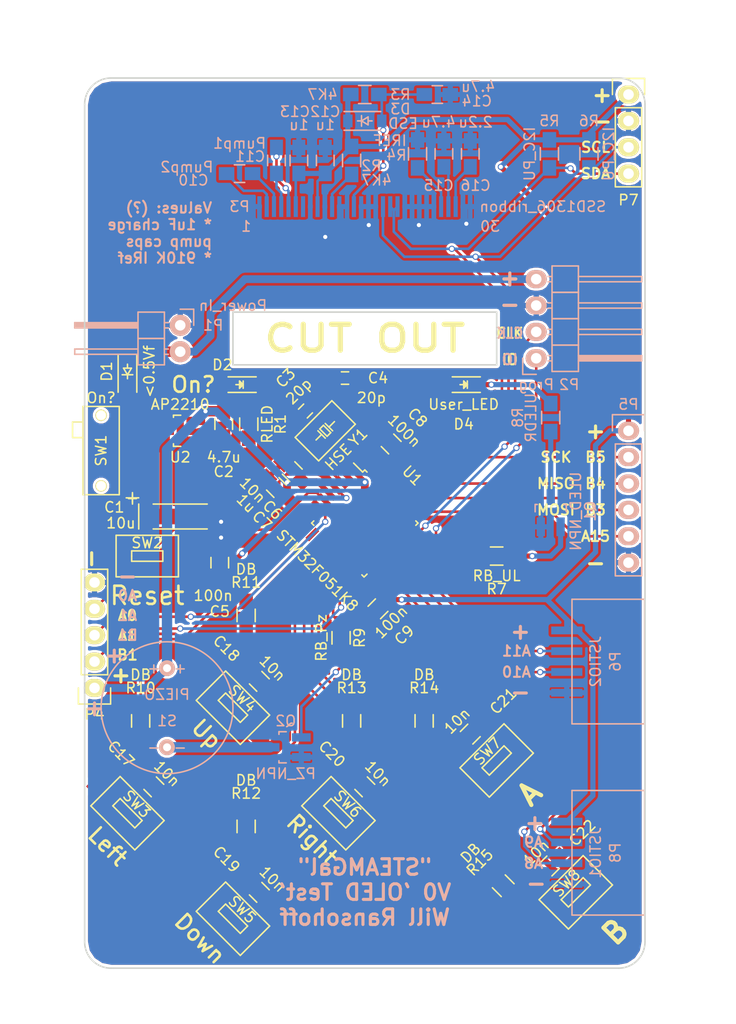
<source format=kicad_pcb>
(kicad_pcb (version 4) (host pcbnew 4.0.2+dfsg1-stable)
  (layers (0 F.Cu signal) (31 B.Cu signal) (34 B.Paste user) (35 F.Paste user) (36 B.SilkS user) (37 F.SilkS user) (38 B.Mask user) (39 F.Mask user) (44 Edge.Cuts user))
  (net 0 "")
  (net 1 GND)
  (net 2 VDD)
  (net 3 VPP)
  (net 4 "Net-(C3-Pad2)")
  (net 5 "Net-(C4-Pad2)")
  (net 6 "Net-(C5-Pad1)")
  (net 7 "Net-(C10-Pad1)")
  (net 8 "Net-(C10-Pad2)")
  (net 9 "Net-(C11-Pad1)")
  (net 10 "Net-(C11-Pad2)")
  (net 11 "Net-(C14-Pad1)")
  (net 12 "Net-(C17-Pad1)")
  (net 13 "Net-(C18-Pad1)")
  (net 14 "Net-(C19-Pad1)")
  (net 15 "Net-(C20-Pad1)")
  (net 16 "Net-(C21-Pad1)")
  (net 17 "Net-(C22-Pad1)")
  (net 18 "Net-(D1-Pad1)")
  (net 19 VAA)
  (net 20 "Net-(D2-Pad1)")
  (net 21 "Net-(D4-Pad1)")
  (net 22 SWCLK)
  (net 23 SWDIO)
  (net 24 "Net-(P3-Pad7)")
  (net 25 "Net-(P3-Pad11)")
  (net 26 B6)
  (net 27 B7)
  (net 28 "Net-(P3-Pad26)")
  (net 29 A15)
  (net 30 B3)
  (net 31 B4)
  (net 32 B5)
  (net 33 A8)
  (net 34 A9)
  (net 35 A10)
  (net 36 A0)
  (net 37 A1)
  (net 38 B0)
  (net 39 B1)
  (net 40 "Net-(Q1-Pad1)")
  (net 41 "Net-(Q1-Pad3)")
  (net 42 "Net-(Q2-Pad1)")
  (net 43 "Net-(Q2-Pad3)")
  (net 44 A12)
  (net 45 A11)
  (net 46 A2)
  (net 47 A3)
  (net 48 A5)
  (net 49 A4)
  (net 50 A6)
  (net 51 A7)
  (net 52 "Net-(SW1-Pad3)")
  (net 53 "Net-(C15-Pad1)")
  (net 54 "Net-(C16-Pad1)")
  (module Capacitors_Tantalum_SMD:TantalC_SizeA_EIA-3216_HandSoldering (layer F.Cu) (at 73.66 116.205)
    (fp_text reference C1 (at -6.35 -0.889) (layer F.SilkS))
    (fp_text value 10u (at -5.715 0.635) (layer F.SilkS))
    (fp_text user + (at -4.59994 -1.80086) (layer F.SilkS))
    (pad 2 smd rect (at 1.99898 0) (size 2.99974 1.50114) (layers F.Cu F.Paste F.Mask) (net 1 GND))
    (pad 1 smd rect (at -1.99898 0) (size 2.99974 1.50114) (layers F.Cu F.Paste F.Mask) (net 2 VDD))
  )
  (module Capacitors_SMD:C_0805_HandSoldering (layer F.Cu) (at 77.851 107.315 270)
    (fp_text reference C2 (at 4.572 0 360) (layer F.SilkS))
    (fp_text value 4.7u (at 3.175 0 360) (layer F.SilkS))
    (pad 1 smd rect (at -1.25 0 270) (size 1.5 1.25) (layers F.Cu F.Paste F.Mask) (net 3 VPP))
    (pad 2 smd rect (at 1.25 0 270) (size 1.5 1.25) (layers F.Cu F.Paste F.Mask) (net 1 GND))
  )
  (module Capacitors_SMD:C_0603_HandSoldering (layer F.Cu) (at 85.725 106.045 225)
    (fp_text reference C3 (at -0.898026 3.592102 225) (layer F.SilkS))
    (fp_text value 20p (at -0.898026 1.796051 225) (layer F.SilkS))
    (pad 1 smd rect (at -0.95 0 225) (size 1.2 0.75) (layers F.Cu F.Paste F.Mask) (net 1 GND))
    (pad 2 smd rect (at 0.95 0 225) (size 1.2 0.75) (layers F.Cu F.Paste F.Mask) (net 4 "Net-(C3-Pad2)"))
  )
  (module Capacitors_SMD:C_0603_HandSoldering (layer F.Cu) (at 89.535 102.87)
    (fp_text reference C4 (at 3.175 0) (layer F.SilkS))
    (fp_text value 20p (at 2.54 1.905) (layer F.SilkS))
    (pad 1 smd rect (at -0.95 0) (size 1.2 0.75) (layers F.Cu F.Paste F.Mask) (net 1 GND))
    (pad 2 smd rect (at 0.95 0) (size 1.2 0.75) (layers F.Cu F.Paste F.Mask) (net 5 "Net-(C4-Pad2)"))
  )
  (module Capacitors_SMD:C_0805_HandSoldering (layer F.Cu) (at 77.47 120.65 90)
    (fp_text reference C5 (at -4.699 0 180) (layer F.SilkS))
    (fp_text value 100n (at -3.175 -0.635 180) (layer F.SilkS))
    (pad 1 smd rect (at -1.25 0 90) (size 1.5 1.25) (layers F.Cu F.Paste F.Mask) (net 6 "Net-(C5-Pad1)"))
    (pad 2 smd rect (at 1.25 0 90) (size 1.5 1.25) (layers F.Cu F.Paste F.Mask) (net 1 GND))
  )
  (module Capacitors_SMD:C_0805_HandSoldering (layer F.Cu) (at 84.455 111.887 315)
    (fp_text reference C6 (at 1.257236 3.951313 315) (layer F.SilkS))
    (fp_text value 10n (at -1.436841 3.951313 315) (layer F.SilkS))
    (pad 1 smd rect (at -1.25 0 315) (size 1.5 1.25) (layers F.Cu F.Paste F.Mask) (net 1 GND))
    (pad 2 smd rect (at 1.25 0 315) (size 1.5 1.25) (layers F.Cu F.Paste F.Mask) (net 3 VPP))
  )
  (module Capacitors_SMD:C_0805_HandSoldering (layer F.Cu) (at 82.931 113.411 315)
    (fp_text reference C7 (at 1.257236 3.232892 315) (layer F.SilkS))
    (fp_text value 1u (at -0.987828 3.14309 315) (layer F.SilkS))
    (pad 1 smd rect (at -1.25 0 315) (size 1.5 1.25) (layers F.Cu F.Paste F.Mask) (net 1 GND))
    (pad 2 smd rect (at 1.25 0 315) (size 1.5 1.25) (layers F.Cu F.Paste F.Mask) (net 3 VPP))
  )
  (module Capacitors_SMD:C_0805_HandSoldering (layer F.Cu) (at 93.98 109.22 315)
    (fp_text reference C8 (at 0 -3.592102 315) (layer F.SilkS))
    (fp_text value 100n (at 0 -1.796051 315) (layer F.SilkS))
    (pad 1 smd rect (at -1.25 0 315) (size 1.5 1.25) (layers F.Cu F.Paste F.Mask) (net 3 VPP))
    (pad 2 smd rect (at 1.25 0 315) (size 1.5 1.25) (layers F.Cu F.Paste F.Mask) (net 1 GND))
  )
  (module Capacitors_SMD:C_0805_HandSoldering (layer F.Cu) (at 92.71 125.095 225)
    (fp_text reference C9 (at 0 -3.592102 225) (layer F.SilkS))
    (fp_text value 100n (at 0 -1.796051 225) (layer F.SilkS))
    (pad 1 smd rect (at -1.25 0 225) (size 1.5 1.25) (layers F.Cu F.Paste F.Mask) (net 3 VPP))
    (pad 2 smd rect (at 1.25 0 225) (size 1.5 1.25) (layers F.Cu F.Paste F.Mask) (net 1 GND))
  )
  (module Capacitors_SMD:C_0805_HandSoldering (layer B.Cu) (at 79.375 83.185)
    (fp_text reference C10 (at -4.445 0.635) (layer B.SilkS) (effects (justify mirror)))
    (fp_text value Pump2 (at -5.08 -0.635 180) (layer B.SilkS) (effects (justify mirror)))
    (pad 1 smd rect (at -1.25 0) (size 1.5 1.25) (layers B.Cu B.Paste B.Mask) (net 7 "Net-(C10-Pad1)"))
    (pad 2 smd rect (at 1.25 0) (size 1.5 1.25) (layers B.Cu B.Paste B.Mask) (net 8 "Net-(C10-Pad2)"))
  )
  (module Capacitors_SMD:C_0805_HandSoldering (layer B.Cu) (at 82.931 81.915 90)
    (fp_text reference C11 (at 0.381 -2.54 360) (layer B.SilkS) (effects (justify mirror)))
    (fp_text value Pump1 (at 1.651 -3.556 360) (layer B.SilkS) (effects (justify mirror)))
    (pad 1 smd rect (at -1.25 0 90) (size 1.5 1.25) (layers B.Cu B.Paste B.Mask) (net 9 "Net-(C11-Pad1)"))
    (pad 2 smd rect (at 1.25 0 90) (size 1.5 1.25) (layers B.Cu B.Paste B.Mask) (net 10 "Net-(C11-Pad2)"))
  )
  (module Capacitors_SMD:C_0805_HandSoldering (layer B.Cu) (at 87.63 81.915 90)
    (fp_text reference C12 (at 4.699 0 180) (layer B.SilkS) (effects (justify mirror)))
    (fp_text value 1u (at 3.429 0 180) (layer B.SilkS) (effects (justify mirror)))
    (pad 1 smd rect (at -1.25 0 90) (size 1.5 1.25) (layers B.Cu B.Paste B.Mask) (net 3 VPP))
    (pad 2 smd rect (at 1.25 0 90) (size 1.5 1.25) (layers B.Cu B.Paste B.Mask) (net 1 GND))
  )
  (module Capacitors_SMD:C_0805_HandSoldering (layer B.Cu) (at 85.09 81.915 90)
    (fp_text reference C13 (at 4.699 -0.381 180) (layer B.SilkS) (effects (justify mirror)))
    (fp_text value 1u (at 3.429 0 180) (layer B.SilkS) (effects (justify mirror)))
    (pad 1 smd rect (at -1.25 0 90) (size 1.5 1.25) (layers B.Cu B.Paste B.Mask) (net 3 VPP))
    (pad 2 smd rect (at 1.25 0 90) (size 1.5 1.25) (layers B.Cu B.Paste B.Mask) (net 1 GND))
  )
  (module Capacitors_SMD:C_0805_HandSoldering (layer B.Cu) (at 98.425 75.565)
    (fp_text reference C14 (at 3.81 0.635) (layer B.SilkS) (effects (justify mirror)))
    (fp_text value 4.7u (at 3.937 -0.762) (layer B.SilkS) (effects (justify mirror)))
    (pad 1 smd rect (at -1.25 0) (size 1.5 1.25) (layers B.Cu B.Paste B.Mask) (net 11 "Net-(C14-Pad1)"))
    (pad 2 smd rect (at 1.25 0) (size 1.5 1.25) (layers B.Cu B.Paste B.Mask) (net 1 GND))
  )
  (module Capacitors_SMD:C_0805_HandSoldering (layer B.Cu) (at 99.06 81.28 90)
    (fp_text reference C15 (at -3.048 -0.508 180) (layer B.SilkS) (effects (justify mirror)))
    (fp_text value 4.7u (at 3.048 -0.508 180) (layer B.SilkS) (effects (justify mirror)))
    (pad 1 smd rect (at -1.25 0 90) (size 1.5 1.25) (layers B.Cu B.Paste B.Mask) (net 53 "Net-(C15-Pad1)"))
    (pad 2 smd rect (at 1.25 0 90) (size 1.5 1.25) (layers B.Cu B.Paste B.Mask) (net 1 GND))
  )
  (module Capacitors_SMD:C_0805_HandSoldering (layer B.Cu) (at 101.6 81.28 90)
    (fp_text reference C16 (at -3.048 0.508 180) (layer B.SilkS) (effects (justify mirror)))
    (fp_text value 2.2u (at 3.048 0.508 180) (layer B.SilkS) (effects (justify mirror)))
    (pad 1 smd rect (at -1.25 0 90) (size 1.5 1.25) (layers B.Cu B.Paste B.Mask) (net 54 "Net-(C16-Pad1)"))
    (pad 2 smd rect (at 1.25 0 90) (size 1.5 1.25) (layers B.Cu B.Paste B.Mask) (net 1 GND))
  )
  (module Capacitors_SMD:C_0805_HandSoldering (layer F.Cu) (at 71.12 142.24 315)
    (fp_text reference C17 (at -4.490128 0 315) (layer F.SilkS))
    (fp_text value 10n (at 0 -1.796051 315) (layer F.SilkS))
    (pad 1 smd rect (at -1.25 0 315) (size 1.5 1.25) (layers F.Cu F.Paste F.Mask) (net 12 "Net-(C17-Pad1)"))
    (pad 2 smd rect (at 1.25 0 315) (size 1.5 1.25) (layers F.Cu F.Paste F.Mask) (net 1 GND))
  )
  (module Capacitors_SMD:C_0805_HandSoldering (layer F.Cu) (at 81.28 132.08 315)
    (fp_text reference C18 (at -4.490128 0 315) (layer F.SilkS))
    (fp_text value 10n (at 0 -1.796051 315) (layer F.SilkS))
    (pad 1 smd rect (at -1.25 0 315) (size 1.5 1.25) (layers F.Cu F.Paste F.Mask) (net 13 "Net-(C18-Pad1)"))
    (pad 2 smd rect (at 1.25 0 315) (size 1.5 1.25) (layers F.Cu F.Paste F.Mask) (net 1 GND))
  )
  (module Capacitors_SMD:C_0805_HandSoldering (layer F.Cu) (at 81.28 152.4 315)
    (fp_text reference C19 (at -4.490128 0 315) (layer F.SilkS))
    (fp_text value 10n (at 0 -1.796051 315) (layer F.SilkS))
    (pad 1 smd rect (at -1.25 0 315) (size 1.5 1.25) (layers F.Cu F.Paste F.Mask) (net 14 "Net-(C19-Pad1)"))
    (pad 2 smd rect (at 1.25 0 315) (size 1.5 1.25) (layers F.Cu F.Paste F.Mask) (net 1 GND))
  )
  (module Capacitors_SMD:C_0805_HandSoldering (layer F.Cu) (at 91.44 142.24 315)
    (fp_text reference C20 (at -4.490128 0 315) (layer F.SilkS))
    (fp_text value 10n (at 0 -1.796051 315) (layer F.SilkS))
    (pad 1 smd rect (at -1.25 0 315) (size 1.5 1.25) (layers F.Cu F.Paste F.Mask) (net 15 "Net-(C20-Pad1)"))
    (pad 2 smd rect (at 1.25 0 315) (size 1.5 1.25) (layers F.Cu F.Paste F.Mask) (net 1 GND))
  )
  (module Capacitors_SMD:C_0805_HandSoldering (layer F.Cu) (at 101.6 137.16 45)
    (fp_text reference C21 (at 4.490128 0 45) (layer F.SilkS))
    (fp_text value 10n (at 0 -1.796051 45) (layer F.SilkS))
    (pad 1 smd rect (at -1.25 0 45) (size 1.5 1.25) (layers F.Cu F.Paste F.Mask) (net 16 "Net-(C21-Pad1)"))
    (pad 2 smd rect (at 1.25 0 45) (size 1.5 1.25) (layers F.Cu F.Paste F.Mask) (net 1 GND))
  )
  (module Capacitors_SMD:C_0805_HandSoldering (layer F.Cu) (at 109.22 149.86 45)
    (fp_text reference C22 (at 4.490128 0 45) (layer F.SilkS))
    (fp_text value 10n (at 0 -1.796051 45) (layer F.SilkS))
    (pad 1 smd rect (at -1.25 0 45) (size 1.5 1.25) (layers F.Cu F.Paste F.Mask) (net 17 "Net-(C22-Pad1)"))
    (pad 2 smd rect (at 1.25 0 45) (size 1.5 1.25) (layers F.Cu F.Paste F.Mask) (net 1 GND))
  )
  (module Diodes_SMD:SOD-123 (layer F.Cu) (at 68.58 102.235 90)
    (fp_text reference D1 (at 0 -2 90) (layer F.SilkS))
    (fp_text value <0.5Vf (at 0 2.1 90) (layer F.SilkS))
    (pad 1 smd rect (at -1.635 0 90) (size 0.91 1.22) (layers F.Cu F.Paste F.Mask) (net 18 "Net-(D1-Pad1)"))
    (pad 2 smd rect (at 1.635 0 90) (size 0.91 1.22) (layers F.Cu F.Paste F.Mask) (net 19 VAA))
  )
  (module LEDs:LED_0805 (layer F.Cu) (at 79.375 103.505 180)
    (fp_text reference D2 (at 1.651 1.905 180) (layer F.SilkS))
    (fp_text value On? (at 4.445 0 360) (layer F.SilkS) (effects (font (size 1.5 1.5) (thickness 0.25))))
    (pad 2 smd rect (at 1.04902 0) (size 1.19888 1.19888) (layers F.Cu F.Paste F.Mask) (net 3 VPP))
    (pad 1 smd rect (at -1.04902 0) (size 1.19888 1.19888) (layers F.Cu F.Paste F.Mask) (net 20 "Net-(D2-Pad1)"))
  )
  (module Diodes_SMD:SOD-123 (layer B.Cu) (at 91.44 78.105)
    (fp_text reference D3 (at 3.429 -1.143) (layer B.SilkS) (effects (justify mirror)))
    (fp_text value ESD (at 3.683 0.254 180) (layer B.SilkS) (effects (justify mirror)))
    (pad 1 smd rect (at -1.635 0) (size 0.91 1.22) (layers B.Cu B.Paste B.Mask) (net 3 VPP))
    (pad 2 smd rect (at 1.635 0) (size 0.91 1.22) (layers B.Cu B.Paste B.Mask) (net 11 "Net-(C14-Pad1)"))
  )
  (module LEDs:LED_0805 (layer F.Cu) (at 100.965 103.505 180)
    (fp_text reference D4 (at 0 -3.81 180) (layer F.SilkS))
    (fp_text value User_LED (at 0 -1.905 180) (layer F.SilkS))
    (pad 2 smd rect (at 1.04902 0) (size 1.19888 1.19888) (layers F.Cu F.Paste F.Mask) (net 3 VPP))
    (pad 1 smd rect (at -1.04902 0) (size 1.19888 1.19888) (layers F.Cu F.Paste F.Mask) (net 21 "Net-(D4-Pad1)"))
  )
  (module Pin_Headers:Pin_Header_Angled_1x02 (layer B.Cu) (at 73.66 97.79 180)
    (fp_text reference P1 (at -3.175 0 180) (layer B.SilkS) (effects (justify mirror)))
    (fp_text value Power_In (at -5.08 1.905 180) (layer B.SilkS) (effects (justify mirror)))
    (pad 1 thru_hole oval (at 0 0 180) (size 2.032 2.032) (drill 1.016) (layers *.Cu *.Mask B.SilkS) (net 1 GND))
    (pad 2 thru_hole oval (at 0 -2.54 180) (size 2.032 2.032) (drill 1.016) (layers *.Cu *.Mask B.SilkS) (net 19 VAA))
  )
  (module Pin_Headers:Pin_Header_Angled_1x04 (layer B.Cu) (at 107.95 100.965)
    (fp_text reference P2 (at 3.175 2.54) (layer B.SilkS) (effects (justify mirror)))
    (fp_text value Prog (at 0 2.54 180) (layer B.SilkS) (effects (justify mirror)))
    (pad 1 thru_hole oval (at 0 0) (size 2.032 1.7272) (drill 1.016) (layers *.Cu *.Mask B.SilkS) (net 23 SWDIO))
    (pad 2 thru_hole oval (at 0 -2.54) (size 2.032 1.7272) (drill 1.016) (layers *.Cu *.Mask B.SilkS) (net 22 SWCLK))
    (pad 3 thru_hole oval (at 0 -5.08) (size 2.032 1.7272) (drill 1.016) (layers *.Cu *.Mask B.SilkS) (net 1 GND))
    (pad 4 thru_hole oval (at 0 -7.62) (size 2.032 1.7272) (drill 1.016) (layers *.Cu *.Mask B.SilkS) (net 19 VAA))
  )
  (module custom_footprints:SSD1306_Raw (layer B.Cu) (at 91.44 86.36)
    (fp_text reference P3 (at -12.065 0) (layer B.SilkS) (effects (justify mirror)))
    (fp_text value SSD1306_ribbon (at 17.145 0) (layer B.SilkS) (effects (justify mirror)))
    (fp_text user 30 (at 12.065 1.905) (layer B.SilkS) (effects (justify mirror)))
    (fp_text user 1 (at -11.43 1.905) (layer B.SilkS) (effects (justify mirror)))
    (pad 15 smd rect (at -0.35 0) (size 0.4 2) (layers B.Cu B.Paste B.Mask) (net 1 GND))
    (pad 16 smd rect (at 0.35 0) (size 0.4 2) (layers B.Cu B.Paste B.Mask) (net 1 GND))
    (pad 1 smd rect (at -10.15 0) (size 0.4 2) (layers B.Cu B.Paste B.Mask) (net 1 GND))
    (pad 2 smd rect (at -9.45 0) (size 0.4 2) (layers B.Cu B.Paste B.Mask) (net 7 "Net-(C10-Pad1)"))
    (pad 3 smd rect (at -8.75 0) (size 0.4 2) (layers B.Cu B.Paste B.Mask) (net 8 "Net-(C10-Pad2)"))
    (pad 4 smd rect (at -8.05 0) (size 0.4 2) (layers B.Cu B.Paste B.Mask) (net 9 "Net-(C11-Pad1)"))
    (pad 5 smd rect (at -7.35 0) (size 0.4 2) (layers B.Cu B.Paste B.Mask) (net 10 "Net-(C11-Pad2)"))
    (pad 6 smd rect (at -6.65 0) (size 0.4 2) (layers B.Cu B.Paste B.Mask) (net 3 VPP))
    (pad 7 smd rect (at -5.95 0) (size 0.4 2) (layers B.Cu B.Paste B.Mask) (net 24 "Net-(P3-Pad7)"))
    (pad 8 smd rect (at -5.25 0) (size 0.4 2) (layers B.Cu B.Paste B.Mask) (net 1 GND))
    (pad 9 smd rect (at -4.55 0) (size 0.4 2) (layers B.Cu B.Paste B.Mask) (net 3 VPP))
    (pad 10 smd rect (at -3.85 0) (size 0.4 2) (layers B.Cu B.Paste B.Mask) (net 1 GND))
    (pad 11 smd rect (at -3.15 0) (size 0.4 2) (layers B.Cu B.Paste B.Mask) (net 25 "Net-(P3-Pad11)"))
    (pad 12 smd rect (at -2.45 0) (size 0.4 2) (layers B.Cu B.Paste B.Mask) (net 1 GND))
    (pad 13 smd rect (at -1.7 0) (size 0.4 2) (layers B.Cu B.Paste B.Mask) (net 1 GND))
    (pad 14 smd rect (at -1.05 0) (size 0.4 2) (layers B.Cu B.Paste B.Mask) (net 11 "Net-(C14-Pad1)"))
    (pad 17 smd rect (at 1.05 0) (size 0.4 2) (layers B.Cu B.Paste B.Mask) (net 1 GND))
    (pad 18 smd rect (at 1.75 0) (size 0.4 2) (layers B.Cu B.Paste B.Mask) (net 26 B6))
    (pad 19 smd rect (at 2.45 0) (size 0.4 2) (layers B.Cu B.Paste B.Mask) (net 27 B7))
    (pad 20 smd rect (at 3.15 0) (size 0.4 2) (layers B.Cu B.Paste B.Mask) (net 27 B7))
    (pad 21 smd rect (at 3.85 0) (size 0.4 2) (layers B.Cu B.Paste B.Mask) (net 1 GND))
    (pad 22 smd rect (at 4.55 0) (size 0.4 2) (layers B.Cu B.Paste B.Mask) (net 1 GND))
    (pad 23 smd rect (at 5.25 0) (size 0.4 2) (layers B.Cu B.Paste B.Mask) (net 1 GND))
    (pad 24 smd rect (at 5.95 0) (size 0.4 2) (layers B.Cu B.Paste B.Mask) (net 1 GND))
    (pad 25 smd rect (at 6.65 0) (size 0.4 2) (layers B.Cu B.Paste B.Mask) (net 1 GND))
    (pad 26 smd rect (at 7.35 0) (size 0.4 2) (layers B.Cu B.Paste B.Mask) (net 28 "Net-(P3-Pad26)"))
    (pad 27 smd rect (at 8.05 0) (size 0.4 2) (layers B.Cu B.Paste B.Mask) (net 53 "Net-(C15-Pad1)"))
    (pad 28 smd rect (at 8.75 0) (size 0.4 2) (layers B.Cu B.Paste B.Mask) (net 54 "Net-(C16-Pad1)"))
    (pad 29 smd rect (at 9.45 0) (size 0.4 2) (layers B.Cu B.Paste B.Mask) (net 1 GND))
    (pad 30 smd rect (at 10.15 0) (size 0.4 2) (layers B.Cu B.Paste B.Mask) (net 1 GND))
  )
  (module Pin_Headers:Pin_Header_Straight_1x04 (layer F.Cu) (at 116.84 75.565)
    (fp_text reference P7 (at 0 10.16) (layer F.SilkS))
    (fp_text value I2C_Bus)
    (pad 1 thru_hole oval (at 0 0) (size 2.032 1.7272) (drill 1.016) (layers *.Cu *.Mask F.SilkS) (net 3 VPP))
    (pad 2 thru_hole oval (at 0 2.54) (size 2.032 1.7272) (drill 1.016) (layers *.Cu *.Mask F.SilkS) (net 1 GND))
    (pad 3 thru_hole oval (at 0 5.08) (size 2.032 1.7272) (drill 1.016) (layers *.Cu *.Mask F.SilkS) (net 26 B6))
    (pad 4 thru_hole oval (at 0 7.62) (size 2.032 1.7272) (drill 1.016) (layers *.Cu *.Mask F.SilkS) (net 27 B7))
  )
  (module TO_SOT_Packages_SMD:SOT-23_Handsoldering (layer B.Cu) (at 109.347 115.697 180)
    (fp_text reference Q1 (at -3.81 0 270) (layer B.SilkS) (effects (justify mirror)))
    (fp_text value ULED_NPN (at -2.413 0 270) (layer B.SilkS) (effects (justify mirror)))
    (pad 1 smd rect (at -0.95 -1.50114 180) (size 0.8001 1.80086) (layers B.Cu B.Paste B.Mask) (net 40 "Net-(Q1-Pad1)"))
    (pad 2 smd rect (at 0.95 -1.50114 180) (size 0.8001 1.80086) (layers B.Cu B.Paste B.Mask) (net 1 GND))
    (pad 3 smd rect (at 0 1.50114 180) (size 0.8001 1.80086) (layers B.Cu B.Paste B.Mask) (net 41 "Net-(Q1-Pad3)"))
  )
  (module TO_SOT_Packages_SMD:SOT-23_Handsoldering (layer B.Cu) (at 83.82 138.43 270)
    (fp_text reference Q2 (at -2.54 0 360) (layer B.SilkS) (effects (justify mirror)))
    (fp_text value PZ_NPN (at 2.54 0 360) (layer B.SilkS) (effects (justify mirror)))
    (pad 1 smd rect (at -0.95 -1.50114 270) (size 0.8001 1.80086) (layers B.Cu B.Paste B.Mask) (net 42 "Net-(Q2-Pad1)"))
    (pad 2 smd rect (at 0.95 -1.50114 270) (size 0.8001 1.80086) (layers B.Cu B.Paste B.Mask) (net 1 GND))
    (pad 3 smd rect (at 0 1.50114 270) (size 0.8001 1.80086) (layers B.Cu B.Paste B.Mask) (net 43 "Net-(Q2-Pad3)"))
  )
  (module Resistors_SMD:R_0805_HandSoldering (layer F.Cu) (at 80.264 107.315 270)
    (fp_text reference R1 (at 0 -3.048 270) (layer F.SilkS))
    (fp_text value RLED (at 0 -1.778 450) (layer F.SilkS))
    (pad 1 smd rect (at -1.35 0 270) (size 1.5 1.3) (layers F.Cu F.Paste F.Mask) (net 20 "Net-(D2-Pad1)"))
    (pad 2 smd rect (at 1.35 0 270) (size 1.5 1.3) (layers F.Cu F.Paste F.Mask) (net 1 GND))
  )
  (module Resistors_SMD:R_0805_HandSoldering (layer B.Cu) (at 90.17 81.915 270)
    (fp_text reference R2 (at 0.508 -1.905 360) (layer B.SilkS) (effects (justify mirror)))
    (fp_text value 4K7 (at 1.905 -2.413 360) (layer B.SilkS) (effects (justify mirror)))
    (pad 1 smd rect (at -1.35 0 270) (size 1.5 1.3) (layers B.Cu B.Paste B.Mask) (net 3 VPP))
    (pad 2 smd rect (at 1.35 0 270) (size 1.5 1.3) (layers B.Cu B.Paste B.Mask) (net 25 "Net-(P3-Pad11)"))
  )
  (module Resistors_SMD:R_0805_HandSoldering (layer B.Cu) (at 91.44 75.565)
    (fp_text reference R3 (at 3.429 0) (layer B.SilkS) (effects (justify mirror)))
    (fp_text value 4K7 (at -4.064 0) (layer B.SilkS) (effects (justify mirror)))
    (pad 1 smd rect (at -1.35 0) (size 1.5 1.3) (layers B.Cu B.Paste B.Mask) (net 3 VPP))
    (pad 2 smd rect (at 1.35 0) (size 1.5 1.3) (layers B.Cu B.Paste B.Mask) (net 11 "Net-(C14-Pad1)"))
  )
  (module Resistors_SMD:R_0805_HandSoldering (layer B.Cu) (at 96.52 81.28 270)
    (fp_text reference R4 (at 0.127 2.032 360) (layer B.SilkS) (effects (justify mirror)))
    (fp_text value IREF (at -1.27 2.667 360) (layer B.SilkS) (effects (justify mirror)))
    (pad 1 smd rect (at -1.35 0 270) (size 1.5 1.3) (layers B.Cu B.Paste B.Mask) (net 1 GND))
    (pad 2 smd rect (at 1.35 0 270) (size 1.5 1.3) (layers B.Cu B.Paste B.Mask) (net 28 "Net-(P3-Pad26)"))
  )
  (module Resistors_SMD:R_0805_HandSoldering (layer B.Cu) (at 109.22 81.28 90)
    (fp_text reference R5 (at 3.175 0 180) (layer B.SilkS) (effects (justify mirror)))
    (fp_text value I2C_PU (at 0 -1.905 270) (layer B.SilkS) (effects (justify mirror)))
    (pad 1 smd rect (at -1.35 0 90) (size 1.5 1.3) (layers B.Cu B.Paste B.Mask) (net 27 B7))
    (pad 2 smd rect (at 1.35 0 90) (size 1.5 1.3) (layers B.Cu B.Paste B.Mask) (net 3 VPP))
  )
  (module Resistors_SMD:R_0805_HandSoldering (layer B.Cu) (at 113.03 81.28 270)
    (fp_text reference R6 (at -3.175 0 360) (layer B.SilkS) (effects (justify mirror)))
    (fp_text value I2C_PU (at 0 -1.905 450) (layer B.SilkS) (effects (justify mirror)))
    (pad 1 smd rect (at -1.35 0 270) (size 1.5 1.3) (layers B.Cu B.Paste B.Mask) (net 3 VPP))
    (pad 2 smd rect (at 1.35 0 270) (size 1.5 1.3) (layers B.Cu B.Paste B.Mask) (net 26 B6))
  )
  (module Resistors_SMD:R_0805_HandSoldering (layer F.Cu) (at 104.14 120.015 180)
    (fp_text reference R7 (at 0 -3.175 180) (layer F.SilkS))
    (fp_text value RB_UL (at 0 -1.905 180) (layer F.SilkS))
    (pad 1 smd rect (at -1.35 0 180) (size 1.5 1.3) (layers F.Cu F.Paste F.Mask) (net 40 "Net-(Q1-Pad1)"))
    (pad 2 smd rect (at 1.35 0 180) (size 1.5 1.3) (layers F.Cu F.Paste F.Mask) (net 44 A12))
  )
  (module Resistors_SMD:R_0805_HandSoldering (layer B.Cu) (at 109.347 106.68 270)
    (fp_text reference R8 (at 0 3.175 270) (layer B.SilkS) (effects (justify mirror)))
    (fp_text value ULEDR (at 0 1.905 270) (layer B.SilkS) (effects (justify mirror)))
    (pad 1 smd rect (at -1.35 0 270) (size 1.5 1.3) (layers B.Cu B.Paste B.Mask) (net 21 "Net-(D4-Pad1)"))
    (pad 2 smd rect (at 1.35 0 270) (size 1.5 1.3) (layers B.Cu B.Paste B.Mask) (net 41 "Net-(Q1-Pad3)"))
  )
  (module Resistors_SMD:R_0805_HandSoldering (layer F.Cu) (at 89.154 127.889 90)
    (fp_text reference R9 (at 0 1.778 270) (layer F.SilkS))
    (fp_text value RB_Pz (at 0 -1.905 270) (layer F.SilkS))
    (pad 1 smd rect (at -1.35 0 90) (size 1.5 1.3) (layers F.Cu F.Paste F.Mask) (net 42 "Net-(Q2-Pad1)"))
    (pad 2 smd rect (at 1.35 0 90) (size 1.5 1.3) (layers F.Cu F.Paste F.Mask) (net 38 B0))
  )
  (module Resistors_SMD:R_0805_HandSoldering (layer F.Cu) (at 69.85 135.89 90)
    (fp_text reference R10 (at 3.175 0 180) (layer F.SilkS))
    (fp_text value DB (at 4.445 0 180) (layer F.SilkS))
    (pad 1 smd rect (at -1.35 0 90) (size 1.5 1.3) (layers F.Cu F.Paste F.Mask) (net 12 "Net-(C17-Pad1)"))
    (pad 2 smd rect (at 1.35 0 90) (size 1.5 1.3) (layers F.Cu F.Paste F.Mask) (net 46 A2))
  )
  (module Resistors_SMD:R_0805_HandSoldering (layer F.Cu) (at 80.01 125.73 90)
    (fp_text reference R11 (at 3.175 0 180) (layer F.SilkS))
    (fp_text value DB (at 4.445 0 180) (layer F.SilkS))
    (pad 1 smd rect (at -1.35 0 90) (size 1.5 1.3) (layers F.Cu F.Paste F.Mask) (net 13 "Net-(C18-Pad1)"))
    (pad 2 smd rect (at 1.35 0 90) (size 1.5 1.3) (layers F.Cu F.Paste F.Mask) (net 47 A3))
  )
  (module Resistors_SMD:R_0805_HandSoldering (layer F.Cu) (at 80.01 146.05 90)
    (fp_text reference R12 (at 3.175 0 180) (layer F.SilkS))
    (fp_text value DB (at 4.445 0 180) (layer F.SilkS))
    (pad 1 smd rect (at -1.35 0 90) (size 1.5 1.3) (layers F.Cu F.Paste F.Mask) (net 14 "Net-(C19-Pad1)"))
    (pad 2 smd rect (at 1.35 0 90) (size 1.5 1.3) (layers F.Cu F.Paste F.Mask) (net 49 A4))
  )
  (module Resistors_SMD:R_0805_HandSoldering (layer F.Cu) (at 90.17 135.89 90)
    (fp_text reference R13 (at 3.175 0 180) (layer F.SilkS))
    (fp_text value DB (at 4.445 0 180) (layer F.SilkS))
    (pad 1 smd rect (at -1.35 0 90) (size 1.5 1.3) (layers F.Cu F.Paste F.Mask) (net 15 "Net-(C20-Pad1)"))
    (pad 2 smd rect (at 1.35 0 90) (size 1.5 1.3) (layers F.Cu F.Paste F.Mask) (net 48 A5))
  )
  (module Resistors_SMD:R_0805_HandSoldering (layer F.Cu) (at 97.155 135.89 90)
    (fp_text reference R14 (at 3.175 0 180) (layer F.SilkS))
    (fp_text value DB (at 4.445 0 180) (layer F.SilkS))
    (pad 1 smd rect (at -1.35 0 90) (size 1.5 1.3) (layers F.Cu F.Paste F.Mask) (net 16 "Net-(C21-Pad1)"))
    (pad 2 smd rect (at 1.35 0 90) (size 1.5 1.3) (layers F.Cu F.Paste F.Mask) (net 51 A7))
  )
  (module Resistors_SMD:R_0805_HandSoldering (layer F.Cu) (at 104.775 151.765 135)
    (fp_text reference R15 (at 3.175 0 225) (layer F.SilkS))
    (fp_text value DB (at 4.445 0 225) (layer F.SilkS))
    (pad 1 smd rect (at -1.35 0 135) (size 1.5 1.3) (layers F.Cu F.Paste F.Mask) (net 17 "Net-(C22-Pad1)"))
    (pad 2 smd rect (at 1.35 0 135) (size 1.5 1.3) (layers F.Cu F.Paste F.Mask) (net 50 A6))
  )
  (module custom_footprints:Piezo_Buzzer_Mini (layer B.Cu) (at 72.39 134.62 180)
    (fp_text reference S1 (at 0 -1.27 180) (layer B.SilkS) (effects (justify mirror)))
    (fp_text value PIEZO (at 0 1.27 180) (layer B.SilkS) (effects (justify mirror)))
    (fp_text user + (at -1.27 3.81 180) (layer B.SilkS) (effects (justify mirror)))
    (fp_text user - (at -1.27 -3.81 180) (layer B.SilkS) (effects (justify mirror)))
    (fp_text user - (at 1.27 -3.81 180) (layer B.SilkS) (effects (justify mirror)))
    (fp_text user + (at 1.27 3.81 180) (layer B.SilkS) (effects (justify mirror)))
    (pad 1 thru_hole circle (at 0 3.81 180) (size 1.524 1.524) (drill 0.762) (layers *.Cu *.Mask B.SilkS) (net 3 VPP))
    (pad 2 thru_hole circle (at 0 -3.81 180) (size 1.524 1.524) (drill 0.762) (layers *.Cu *.Mask B.SilkS) (net 43 "Net-(Q2-Pad3)"))
  )
  (module custom_footprints:SPDT_Slide_SMD_RA (layer F.Cu) (at 66.04 109.855 270)
    (fp_text reference SW1 (at 0 0 270) (layer F.SilkS))
    (fp_text value On? (at -5.08 0 360) (layer F.SilkS))
    (pad 4 thru_hole circle (at -3.4 0 270) (size 1.1 1.1) (drill 0.9) (layers *.Cu *.Mask F.SilkS))
    (pad 4 thru_hole circle (at 3.4 0 270) (size 1.1 1.1) (drill 0.9) (layers *.Cu *.Mask F.SilkS))
    (pad 2 smd rect (at 0 -2.75 270) (size 1.2 2.5) (layers F.Cu F.Paste F.Mask) (net 2 VDD))
    (pad 3 smd rect (at 2.5 -2.75 270) (size 1.2 2.5) (layers F.Cu F.Paste F.Mask) (net 52 "Net-(SW1-Pad3)"))
    (pad 1 smd rect (at -2.5 -2.75 270) (size 1.2 2.5) (layers F.Cu F.Paste F.Mask) (net 18 "Net-(D1-Pad1)"))
  )
  (module custom_footprints:Button_SMD_2L_3x6x2.5mm (layer F.Cu) (at 70.485 120.015 180)
    (fp_text reference SW2 (at 0 1.27 180) (layer F.SilkS))
    (fp_text value Reset (at 0 -3.81 180) (layer F.SilkS) (effects (font (size 1.75 1.75) (thickness 0.25))))
    (pad 2 smd rect (at 3.9 0 180) (size 1.5 2) (layers F.Cu F.Paste F.Mask) (net 1 GND))
    (pad 1 smd rect (at -3.9 0 180) (size 1.5 2) (layers F.Cu F.Paste F.Mask) (net 6 "Net-(C5-Pad1)"))
  )
  (module custom_footprints:Button_SMD_2L_3x6x2.5mm (layer F.Cu) (at 68.58 144.78 315)
    (fp_text reference SW3 (at 0 -1.257236 315) (layer F.SilkS))
    (fp_text value Left (at 0.898026 3.592102 315) (layer F.SilkS) (effects (font (size 1.5 1.5) (thickness 0.25))))
    (pad 2 smd rect (at 3.9 0 315) (size 1.5 2) (layers F.Cu F.Paste F.Mask) (net 1 GND))
    (pad 1 smd rect (at -3.9 0 315) (size 1.5 2) (layers F.Cu F.Paste F.Mask) (net 12 "Net-(C17-Pad1)"))
  )
  (module custom_footprints:Button_SMD_2L_3x6x2.5mm (layer F.Cu) (at 78.74 134.62 315)
    (fp_text reference SW4 (at 0 -1.257236 315) (layer F.SilkS))
    (fp_text value Up (at 0 3.592102 315) (layer F.SilkS) (effects (font (size 1.5 1.5) (thickness 0.25))))
    (pad 2 smd rect (at 3.9 0 315) (size 1.5 2) (layers F.Cu F.Paste F.Mask) (net 1 GND))
    (pad 1 smd rect (at -3.9 0 315) (size 1.5 2) (layers F.Cu F.Paste F.Mask) (net 13 "Net-(C18-Pad1)"))
  )
  (module custom_footprints:Button_SMD_2L_3x6x2.5mm (layer F.Cu) (at 78.74 154.94 315)
    (fp_text reference SW5 (at 0 -1.257236 315) (layer F.SilkS))
    (fp_text value Down (at -0.898026 3.592102 315) (layer F.SilkS) (effects (font (size 1.5 1.5) (thickness 0.25))))
    (pad 2 smd rect (at 3.9 0 315) (size 1.5 2) (layers F.Cu F.Paste F.Mask) (net 1 GND))
    (pad 1 smd rect (at -3.9 0 315) (size 1.5 2) (layers F.Cu F.Paste F.Mask) (net 14 "Net-(C19-Pad1)"))
  )
  (module custom_footprints:Button_SMD_2L_3x6x2.5mm (layer F.Cu) (at 88.9 144.78 315)
    (fp_text reference SW6 (at 0 -1.257236 315) (layer F.SilkS))
    (fp_text value Right (at 0 3.592102 315) (layer F.SilkS) (effects (font (size 1.5 1.5) (thickness 0.25))))
    (pad 2 smd rect (at 3.9 0 315) (size 1.5 2) (layers F.Cu F.Paste F.Mask) (net 1 GND))
    (pad 1 smd rect (at -3.9 0 315) (size 1.5 2) (layers F.Cu F.Paste F.Mask) (net 15 "Net-(C20-Pad1)"))
  )
  (module custom_footprints:Button_SMD_2L_3x6x2.5mm (layer F.Cu) (at 104.14 139.7 45)
    (fp_text reference SW7 (at 0 -1.257236 45) (layer F.SilkS))
    (fp_text value A (at 0 4.490128 45) (layer F.SilkS) (effects (font (size 2 2) (thickness 0.4))))
    (pad 2 smd rect (at 3.9 0 45) (size 1.5 2) (layers F.Cu F.Paste F.Mask) (net 1 GND))
    (pad 1 smd rect (at -3.9 0 45) (size 1.5 2) (layers F.Cu F.Paste F.Mask) (net 16 "Net-(C21-Pad1)"))
  )
  (module custom_footprints:Button_SMD_2L_3x6x2.5mm (layer F.Cu) (at 111.76 152.4 45)
    (fp_text reference SW8 (at 0 -1.257236 45) (layer F.SilkS))
    (fp_text value B (at 0 5.388154 45) (layer F.SilkS) (effects (font (size 2 2) (thickness 0.4))))
    (pad 2 smd rect (at 3.9 0 45) (size 1.5 2) (layers F.Cu F.Paste F.Mask) (net 1 GND))
    (pad 1 smd rect (at -3.9 0 45) (size 1.5 2) (layers F.Cu F.Paste F.Mask) (net 17 "Net-(C22-Pad1)"))
  )
  (module custom_footprints:LQFP-32_7x7mm_Pitch0.8mm_HandSoldering (layer F.Cu) (at 91.44 116.84 315)
    (fp_text reference U1 (at 0 -6.465784 315) (layer F.SilkS))
    (fp_text value STM32F051K8 (at 0 6.465784 315) (layer F.SilkS))
    (pad 1 smd rect (at -4.35 -2.8 315) (size 1.4 0.5) (layers F.Cu F.Paste F.Mask) (net 3 VPP))
    (pad 2 smd rect (at -4.35 -2 315) (size 1.4 0.5) (layers F.Cu F.Paste F.Mask) (net 5 "Net-(C4-Pad2)"))
    (pad 3 smd rect (at -4.35 -1.2 315) (size 1.4 0.5) (layers F.Cu F.Paste F.Mask) (net 4 "Net-(C3-Pad2)"))
    (pad 4 smd rect (at -4.35 -0.4 315) (size 1.4 0.5) (layers F.Cu F.Paste F.Mask) (net 6 "Net-(C5-Pad1)"))
    (pad 5 smd rect (at -4.35 0.4 315) (size 1.4 0.5) (layers F.Cu F.Paste F.Mask) (net 3 VPP))
    (pad 6 smd rect (at -4.35 1.2 315) (size 1.4 0.5) (layers F.Cu F.Paste F.Mask) (net 36 A0))
    (pad 7 smd rect (at -4.35 2 315) (size 1.4 0.5) (layers F.Cu F.Paste F.Mask) (net 37 A1))
    (pad 8 smd rect (at -4.35 2.8 315) (size 1.4 0.5) (layers F.Cu F.Paste F.Mask) (net 46 A2))
    (pad 9 smd rect (at -2.8 4.35 45) (size 1.4 0.5) (layers F.Cu F.Paste F.Mask) (net 47 A3))
    (pad 10 smd rect (at -2 4.35 45) (size 1.4 0.5) (layers F.Cu F.Paste F.Mask) (net 49 A4))
    (pad 11 smd rect (at -1.2 4.35 45) (size 1.4 0.5) (layers F.Cu F.Paste F.Mask) (net 48 A5))
    (pad 12 smd rect (at -0.4 4.35 45) (size 1.4 0.5) (layers F.Cu F.Paste F.Mask) (net 50 A6))
    (pad 13 smd rect (at 0.4 4.35 45) (size 1.4 0.5) (layers F.Cu F.Paste F.Mask) (net 51 A7))
    (pad 14 smd rect (at 1.2 4.35 45) (size 1.4 0.5) (layers F.Cu F.Paste F.Mask) (net 38 B0))
    (pad 15 smd rect (at 2 4.35 45) (size 1.4 0.5) (layers F.Cu F.Paste F.Mask) (net 39 B1))
    (pad 16 smd rect (at 2.8 4.35 45) (size 1.4 0.5) (layers F.Cu F.Paste F.Mask) (net 1 GND))
    (pad 17 smd rect (at 4.35 2.8 315) (size 1.4 0.5) (layers F.Cu F.Paste F.Mask) (net 3 VPP))
    (pad 18 smd rect (at 4.35 2 315) (size 1.4 0.5) (layers F.Cu F.Paste F.Mask) (net 33 A8))
    (pad 19 smd rect (at 4.35 1.2 315) (size 1.4 0.5) (layers F.Cu F.Paste F.Mask) (net 34 A9))
    (pad 20 smd rect (at 4.35 0.4 315) (size 1.4 0.5) (layers F.Cu F.Paste F.Mask) (net 35 A10))
    (pad 21 smd rect (at 4.35 -0.4 315) (size 1.4 0.5) (layers F.Cu F.Paste F.Mask) (net 45 A11))
    (pad 22 smd rect (at 4.35 -1.2 315) (size 1.4 0.5) (layers F.Cu F.Paste F.Mask) (net 44 A12))
    (pad 23 smd rect (at 4.35 -2 315) (size 1.4 0.5) (layers F.Cu F.Paste F.Mask) (net 23 SWDIO))
    (pad 24 smd rect (at 4.35 -2.8 315) (size 1.4 0.5) (layers F.Cu F.Paste F.Mask) (net 22 SWCLK))
    (pad 25 smd rect (at 2.8 -4.35 45) (size 1.4 0.5) (layers F.Cu F.Paste F.Mask) (net 29 A15))
    (pad 26 smd rect (at 2 -4.35 45) (size 1.4 0.5) (layers F.Cu F.Paste F.Mask) (net 30 B3))
    (pad 27 smd rect (at 1.2 -4.35 45) (size 1.4 0.5) (layers F.Cu F.Paste F.Mask) (net 31 B4))
    (pad 28 smd rect (at 0.4 -4.35 45) (size 1.4 0.5) (layers F.Cu F.Paste F.Mask) (net 32 B5))
    (pad 29 smd rect (at -0.4 -4.35 45) (size 1.4 0.5) (layers F.Cu F.Paste F.Mask) (net 26 B6))
    (pad 30 smd rect (at -1.2 -4.35 45) (size 1.4 0.5) (layers F.Cu F.Paste F.Mask) (net 27 B7))
    (pad 31 smd rect (at -2 -4.35 45) (size 1.4 0.5) (layers F.Cu F.Paste F.Mask) (net 1 GND))
    (pad 32 smd rect (at -2.8 -4.35 45) (size 1.4 0.5) (layers F.Cu F.Paste F.Mask) (net 1 GND))
  )
  (module TO_SOT_Packages_SMD:SOT-23_Handsoldering (layer F.Cu) (at 73.66 107.95 90)
    (fp_text reference U2 (at -2.54 0 180) (layer F.SilkS))
    (fp_text value AP2210 (at 2.54 0 180) (layer F.SilkS))
    (pad 1 smd rect (at -0.95 1.50114 90) (size 0.8001 1.80086) (layers F.Cu F.Paste F.Mask) (net 1 GND))
    (pad 2 smd rect (at 0.95 1.50114 90) (size 0.8001 1.80086) (layers F.Cu F.Paste F.Mask) (net 3 VPP))
    (pad 3 smd rect (at 0 -1.50114 90) (size 0.8001 1.80086) (layers F.Cu F.Paste F.Mask) (net 2 VDD))
  )
  (module custom_footprints:XTAL_HF_2SMD_1 (layer F.Cu) (at 87.63 107.95 45)
    (fp_text reference Y1 (at 1.796051 2.694077 45) (layer F.SilkS))
    (fp_text value HSE (at -0.898026 2.694077 45) (layer F.SilkS))
    (pad 1 smd rect (at -2.2 0 45) (size 2.4 2.4) (layers F.Cu F.Paste F.Mask) (net 4 "Net-(C3-Pad2)"))
    (pad 2 smd rect (at 2.2 0 45) (size 2.4 2.4) (layers F.Cu F.Paste F.Mask) (net 5 "Net-(C4-Pad2)"))
  )
  (module Pin_Headers:Pin_Header_Straight_1x05 (layer F.Cu) (at 65.405 132.715 180)
    (fp_text reference P4 (at 0 -2.54 180) (layer F.SilkS))
    (fp_text value GPIO1)
    (pad 1 thru_hole oval (at 0 0 180) (size 2.032 1.7272) (drill 1.016) (layers *.Cu *.Mask F.SilkS) (net 3 VPP))
    (pad 2 thru_hole oval (at 0 2.54 180) (size 2.032 1.7272) (drill 1.016) (layers *.Cu *.Mask F.SilkS) (net 39 B1))
    (pad 3 thru_hole oval (at 0 5.08 180) (size 2.032 1.7272) (drill 1.016) (layers *.Cu *.Mask F.SilkS) (net 37 A1))
    (pad 4 thru_hole oval (at 0 7.62 180) (size 2.032 1.7272) (drill 1.016) (layers *.Cu *.Mask F.SilkS) (net 36 A0))
    (pad 5 thru_hole oval (at 0 10.16 180) (size 2.032 1.7272) (drill 1.016) (layers *.Cu *.Mask F.SilkS) (net 1 GND))
  )
  (module Pin_Headers:Pin_Header_Straight_1x06 (layer B.Cu) (at 116.84 107.95 180)
    (fp_text reference P5 (at 0 2.54 180) (layer B.SilkS) (effects (justify mirror)))
    (fp_text value GPIO2)
    (pad 1 thru_hole oval (at 0 0 180) (size 2.032 1.7272) (drill 1.016) (layers *.Cu *.Mask B.SilkS) (net 3 VPP))
    (pad 2 thru_hole oval (at 0 -2.54 180) (size 2.032 1.7272) (drill 1.016) (layers *.Cu *.Mask B.SilkS) (net 32 B5))
    (pad 3 thru_hole oval (at 0 -5.08 180) (size 2.032 1.7272) (drill 1.016) (layers *.Cu *.Mask B.SilkS) (net 31 B4))
    (pad 4 thru_hole oval (at 0 -7.62 180) (size 2.032 1.7272) (drill 1.016) (layers *.Cu *.Mask B.SilkS) (net 30 B3))
    (pad 5 thru_hole oval (at 0 -10.16 180) (size 2.032 1.7272) (drill 1.016) (layers *.Cu *.Mask B.SilkS) (net 29 A15))
    (pad 6 thru_hole oval (at 0 -12.7 180) (size 2.032 1.7272) (drill 1.016) (layers *.Cu *.Mask B.SilkS) (net 1 GND))
  )
  (module custom_footprints:JST_PH_2.0-4 (layer B.Cu) (at 112.395 130.175 270)
    (fp_text reference P6 (at 0 -3.175 450) (layer B.SilkS) (effects (justify mirror)))
    (fp_text value JSTIO2 (at 0 -1.27 450) (layer B.SilkS) (effects (justify mirror)))
    (pad 1 smd rect (at -3 1.5 270) (size 0.75 3) (layers B.Cu B.Paste B.Mask) (net 3 VPP))
    (pad 2 smd rect (at -1 1.5 270) (size 0.75 3) (layers B.Cu B.Paste B.Mask) (net 45 A11))
    (pad 3 smd rect (at 1 1.5 270) (size 0.75 3) (layers B.Cu B.Paste B.Mask) (net 35 A10))
    (pad 4 smd rect (at 3 1.5 270) (size 0.75 3) (layers B.Cu B.Paste B.Mask) (net 1 GND))
  )
  (module custom_footprints:JST_PH_2.0-4 (layer B.Cu) (at 112.395 148.59 270)
    (fp_text reference P8 (at 0 -3.175 270) (layer B.SilkS) (effects (justify mirror)))
    (fp_text value JSTIO1 (at 0 -1.27 270) (layer B.SilkS) (effects (justify mirror)))
    (pad 1 smd rect (at -3 1.5 270) (size 0.75 3) (layers B.Cu B.Paste B.Mask) (net 3 VPP))
    (pad 2 smd rect (at -1 1.5 270) (size 0.75 3) (layers B.Cu B.Paste B.Mask) (net 34 A9))
    (pad 3 smd rect (at 1 1.5 270) (size 0.75 3) (layers B.Cu B.Paste B.Mask) (net 33 A8))
    (pad 4 smd rect (at 3 1.5 270) (size 0.75 3) (layers B.Cu B.Paste B.Mask) (net 1 GND))
  )
  (gr_text IO (at 105.41 101.092) (layer B.SilkS) (effects (font (size 1 1) (thickness 0.2)) (justify mirror)))
  (gr_text CLK (at 105.41 98.552) (layer B.SilkS) (effects (font (size 1 0.9) (thickness 0.2)) (justify mirror)))
  (gr_text - (at 105.41 95.758) (layer B.SilkS) (effects (font (size 1.5 1.5) (thickness 0.3)) (justify mirror)))
  (gr_text + (at 105.41 93.218) (layer B.SilkS) (effects (font (size 1.5 1.5) (thickness 0.3)) (justify mirror)))
  (gr_text + (at 105.41 93.218) (layer F.SilkS) (effects (font (size 1.5 1.5) (thickness 0.3))))
  (gr_text - (at 105.41 95.758) (layer F.SilkS) (effects (font (size 1.5 1.5) (thickness 0.3))))
  (gr_text CLK (at 105.41 98.552) (layer F.SilkS) (effects (font (size 1 0.9) (thickness 0.2))))
  (gr_text IO (at 105.41 101.092) (layer F.SilkS) (effects (font (size 1 1) (thickness 0.2))))
  (gr_text + (at 106.426 127.254) (layer B.SilkS) (effects (font (size 1.5 1.5) (thickness 0.3)) (justify mirror)))
  (gr_text - (at 106.426 133.096) (layer B.SilkS) (effects (font (size 1.5 1.5) (thickness 0.3)) (justify mirror)))
  (gr_text - (at 107.95 151.511) (layer B.SilkS) (effects (font (size 1.5 1.5) (thickness 0.3)) (justify mirror)))
  (gr_text + (at 107.823 145.669) (layer B.SilkS) (effects (font (size 1.5 1.5) (thickness 0.3)) (justify mirror)))
  (gr_text A8 (at 107.696 149.606) (layer B.SilkS) (effects (font (size 1 1) (thickness 0.2)) (justify mirror)))
  (gr_text A9 (at 107.696 147.574) (layer B.SilkS) (effects (font (size 1 1) (thickness 0.2)) (justify mirror)))
  (gr_text A10 (at 106.045 131.191) (layer B.SilkS) (effects (font (size 1 1) (thickness 0.2)) (justify mirror)))
  (gr_text A11 (at 106.045 129.159) (layer B.SilkS) (effects (font (size 1 1) (thickness 0.2)) (justify mirror)))
  (gr_text + (at 114.3 75.565) (layer F.SilkS) (effects (font (size 1.5 1.5) (thickness 0.3))))
  (gr_text - (at 114.3 78.105) (layer F.SilkS) (effects (font (size 1.5 1.5) (thickness 0.3))))
  (gr_text SCL (at 113.665 80.645) (layer F.SilkS) (effects (font (size 1 1) (thickness 0.2))))
  (gr_text SDA (at 113.665 83.185) (layer F.SilkS) (effects (font (size 1 1) (thickness 0.2))))
  (gr_text MOSI (at 109.855 115.57) (layer F.SilkS) (effects (font (size 1 1) (thickness 0.2))))
  (gr_text MISO (at 109.855 113.03) (layer F.SilkS) (effects (font (size 1 1) (thickness 0.2))))
  (gr_text SCK (at 109.855 110.49) (layer F.SilkS) (effects (font (size 1 1) (thickness 0.2))))
  (gr_text - (at 113.665 120.65) (layer F.SilkS) (effects (font (size 1.5 1.5) (thickness 0.3))))
  (gr_text A15 (at 113.665 118.11) (layer F.SilkS) (effects (font (size 1 1) (thickness 0.2))))
  (gr_text B3 (at 113.665 115.57) (layer F.SilkS) (effects (font (size 1 1) (thickness 0.2))))
  (gr_text B4 (at 113.665 113.03) (layer F.SilkS) (effects (font (size 1 1) (thickness 0.2))))
  (gr_text B5 (at 113.665 110.49) (layer F.SilkS) (effects (font (size 1 1) (thickness 0.2))))
  (gr_text + (at 113.665 107.95) (layer F.SilkS) (effects (font (size 1.5 1.5) (thickness 0.3))))
  (gr_text + (at 67.31 129.54) (layer B.SilkS) (effects (font (size 1.5 1.5) (thickness 0.3)) (justify mirror)))
  (gr_text - (at 68.58 121.92) (layer B.SilkS) (effects (font (size 1.5 1.5) (thickness 0.3)) (justify mirror)))
  (gr_text + (at 65.405 134.62) (layer B.SilkS) (effects (font (size 1.5 1.5) (thickness 0.3)) (justify mirror)))
  (gr_text B1 (at 68.58 127.635) (layer B.SilkS) (effects (font (size 1 1) (thickness 0.2)) (justify mirror)))
  (gr_text A1 (at 68.58 125.73) (layer B.SilkS) (effects (font (size 1 1) (thickness 0.2)) (justify mirror)))
  (gr_text A0 (at 68.58 123.825) (layer B.SilkS) (effects (font (size 1 1) (thickness 0.2)) (justify mirror)))
  (gr_text - (at 65.024 120.269 90) (layer F.SilkS) (effects (font (size 1.5 1.5) (thickness 0.3))))
  (gr_text + (at 67.945 131.445) (layer F.SilkS) (effects (font (size 1.5 1.5) (thickness 0.3))))
  (gr_text B1 (at 68.58 129.54) (layer F.SilkS) (effects (font (size 1 1) (thickness 0.2))))
  (gr_text A1 (at 68.58 127.635) (layer F.SilkS) (effects (font (size 1 1) (thickness 0.2))))
  (gr_text A0 (at 68.58 125.73) (layer F.SilkS) (effects (font (size 1 1) (thickness 0.2))))
  (gr_text "Values: (?)\n* 1uF charge\npump caps\n* 910K IRef" (at 76.835 88.9) (layer B.SilkS) (effects (font (size 1 1) (thickness 0.2)) (justify left mirror)))
  (gr_text "\"STEAMGal\"\nV0 'OLED Test'\nWill Ransohoff" (at 91.44 152.4) (layer B.SilkS) (effects (font (size 1.5 1.5) (thickness 0.3)) (justify mirror)))
  (gr_text "CUT OUT" (at 91.44 99.06) (layer F.SilkS) (effects (font (size 2.5 3) (thickness 0.5))))
  (gr_line (start 104.14 101.6) (end 78.74 101.6) (angle 90) (layer Edge.Cuts) (width 0.15))
  (gr_line (start 104.14 96.52) (end 104.14 101.6) (angle 90) (layer Edge.Cuts) (width 0.15))
  (gr_line (start 78.74 96.52) (end 104.14 96.52) (angle 90) (layer Edge.Cuts) (width 0.15))
  (gr_line (start 78.74 101.6) (end 78.74 96.52) (angle 90) (layer Edge.Cuts) (width 0.15))
  (gr_line (start 66.9925 73.9775) (end 115.8875 73.9775) (angle 90) (layer Edge.Cuts) (width 0.15))
  (gr_line (start 64.4525 76.5175) (end 64.4525 157.1625) (angle 90) (layer Edge.Cuts) (width 0.15))
  (gr_line (start 115.8875 159.7025) (end 66.9925 159.7025) (angle 90) (layer Edge.Cuts) (width 0.15))
  (gr_line (start 118.4275 76.5175) (end 118.4275 157.1625) (angle 90) (layer Edge.Cuts) (width 0.15))
  (gr_arc (start 115.8875 76.5175) (end 115.8875 73.9775) (angle 90) (layer Edge.Cuts) (width 0.15))
  (gr_arc (start 66.9925 76.5175) (end 64.4525 76.5175) (angle 90) (layer Edge.Cuts) (width 0.15))
  (gr_arc (start 66.9925 157.1625) (end 66.9925 159.7025) (angle 90) (layer Edge.Cuts) (width 0.15))
  (gr_arc (start 115.8875 157.1625) (end 118.4275 157.1625) (angle 90) (layer Edge.Cuts) (width 0.15))
  (segment (start 75.65898 116.205) (end 77.089 116.205) (width 0.5) (layer F.Cu) (net 1))
  (segment (start 77.089 116.205) (end 77.597 116.713) (width 0.5) (layer F.Cu) (net 1))
  (via (at 77.597 116.713) (size 0.6) (drill 0.4) (layers F.Cu B.Cu) (net 1))
  (segment (start 77.597 116.713) (end 77.597 118.237) (width 0.5) (layer B.Cu) (net 1))
  (via (at 77.597 118.237) (size 0.6) (drill 0.4) (layers F.Cu B.Cu) (net 1))
  (segment (start 77.597 118.237) (end 77.597 119.273) (width 0.5) (layer F.Cu) (net 1))
  (segment (start 77.597 119.273) (end 77.47 119.4) (width 0.5) (layer F.Cu) (net 1))
  (segment (start 89.281 86.36) (end 89.281 88.265) (width 0.25) (layer B.Cu) (net 1))
  (segment (start 89.281 88.265) (end 88.265 89.281) (width 0.25) (layer B.Cu) (net 1))
  (segment (start 88.265 89.281) (end 87.63 89.281) (width 0.25) (layer B.Cu) (net 1))
  (segment (start 87.59 86.36) (end 87.59 89.241) (width 0.25) (layer B.Cu) (net 1))
  (segment (start 87.59 89.241) (end 87.63 89.281) (width 0.25) (layer B.Cu) (net 1))
  (segment (start 86.19 86.36) (end 86.19 88.222) (width 0.25) (layer B.Cu) (net 1))
  (segment (start 86.19 88.222) (end 87.249 89.281) (width 0.25) (layer B.Cu) (net 1))
  (segment (start 87.249 89.281) (end 87.63 89.281) (width 0.25) (layer B.Cu) (net 1))
  (via (at 87.63 89.281) (size 0.6) (drill 0.4) (layers F.Cu B.Cu) (net 1))
  (segment (start 89.74 86.36) (end 89.281 86.36) (width 0.25) (layer B.Cu) (net 1))
  (segment (start 89.281 86.36) (end 88.99 86.36) (width 0.25) (layer B.Cu) (net 1))
  (segment (start 91.79 86.36) (end 91.79 88.107) (width 0.25) (layer B.Cu) (net 1))
  (segment (start 91.79 88.107) (end 91.821 88.138) (width 0.25) (layer B.Cu) (net 1))
  (via (at 91.821 88.138) (size 0.6) (drill 0.4) (layers F.Cu B.Cu) (net 1))
  (segment (start 91.79 86.36) (end 91.09 86.36) (width 0.25) (layer B.Cu) (net 1))
  (segment (start 92.49 86.36) (end 91.79 86.36) (width 0.25) (layer B.Cu) (net 1))
  (segment (start 96.69 86.36) (end 96.69 88.095) (width 0.25) (layer B.Cu) (net 1))
  (segment (start 96.69 88.095) (end 96.647 88.138) (width 0.25) (layer B.Cu) (net 1))
  (via (at 96.647 88.138) (size 0.6) (drill 0.4) (layers F.Cu B.Cu) (net 1))
  (segment (start 95.99 86.36) (end 95.29 86.36) (width 0.25) (layer B.Cu) (net 1))
  (segment (start 96.69 86.36) (end 95.99 86.36) (width 0.25) (layer B.Cu) (net 1))
  (segment (start 97.39 86.36) (end 96.69 86.36) (width 0.25) (layer B.Cu) (net 1))
  (segment (start 98.09 86.36) (end 97.39 86.36) (width 0.25) (layer B.Cu) (net 1))
  (segment (start 101.219 86.36) (end 101.219 88.011) (width 0.25) (layer B.Cu) (net 1))
  (via (at 101.219 88.011) (size 0.6) (drill 0.4) (layers F.Cu B.Cu) (net 1))
  (segment (start 100.89 86.36) (end 101.219 86.36) (width 0.25) (layer B.Cu) (net 1))
  (segment (start 101.219 86.36) (end 101.59 86.36) (width 0.25) (layer B.Cu) (net 1))
  (segment (start 71.66102 116.205) (end 72.15886 115.70716) (width 1) (layer F.Cu) (net 2))
  (segment (start 72.15886 115.70716) (end 72.15886 108.81614) (width 1) (layer F.Cu) (net 2))
  (segment (start 68.79 109.855) (end 71.12 109.855) (width 1) (layer F.Cu) (net 2))
  (segment (start 71.12 109.855) (end 72.15886 108.81614) (width 1) (layer F.Cu) (net 2))
  (segment (start 72.15886 108.81614) (end 72.15886 107.95) (width 1) (layer F.Cu) (net 2))
  (segment (start 90.17 80.565) (end 93.171 80.565) (width 0.5) (layer B.Cu) (net 3))
  (segment (start 93.171 80.565) (end 95.758 77.978) (width 0.5) (layer B.Cu) (net 3))
  (segment (start 95.758 77.978) (end 105.189 77.978) (width 0.5) (layer B.Cu) (net 3))
  (segment (start 105.189 77.978) (end 107.141 79.93) (width 0.5) (layer B.Cu) (net 3))
  (segment (start 86.89 86.36) (end 86.89 83.905) (width 0.25) (layer B.Cu) (net 3))
  (segment (start 86.89 83.905) (end 87.63 83.165) (width 0.25) (layer B.Cu) (net 3))
  (segment (start 84.79 86.36) (end 84.79 83.465) (width 0.25) (layer B.Cu) (net 3))
  (segment (start 84.79 83.465) (end 85.09 83.165) (width 0.25) (layer B.Cu) (net 3))
  (segment (start 116.84 94.829) (end 116.84 107.95) (width 0.5) (layer F.Cu) (net 3))
  (segment (start 89.805 78.105) (end 89.805 75.85) (width 0.5) (layer B.Cu) (net 3))
  (segment (start 89.805 75.85) (end 90.09 75.565) (width 0.5) (layer B.Cu) (net 3))
  (segment (start 90.17 80.565) (end 89.805 80.2) (width 0.5) (layer B.Cu) (net 3))
  (segment (start 89.805 80.2) (end 89.805 78.105) (width 0.5) (layer B.Cu) (net 3))
  (segment (start 85.09 83.165) (end 87.63 83.165) (width 0.5) (layer B.Cu) (net 3))
  (segment (start 87.63 83.165) (end 90.17 80.625) (width 0.5) (layer B.Cu) (net 3))
  (segment (start 90.17 80.625) (end 90.17 80.565) (width 0.5) (layer B.Cu) (net 3))
  (segment (start 109.22 79.93) (end 107.141 79.93) (width 0.5) (layer B.Cu) (net 3))
  (segment (start 116.84 75.565) (end 113.03 79.375) (width 0.5) (layer B.Cu) (net 3))
  (segment (start 113.03 79.375) (end 113.03 79.93) (width 0.5) (layer B.Cu) (net 3))
  (segment (start 113.03 79.93) (end 109.22 79.93) (width 0.5) (layer B.Cu) (net 3))
  (segment (start 109.093 124.206) (end 113.665 119.634) (width 0.5) (layer B.Cu) (net 3))
  (segment (start 113.665 119.634) (end 113.665 109.347) (width 0.5) (layer B.Cu) (net 3))
  (segment (start 113.665 109.347) (end 115.062 107.95) (width 0.5) (layer B.Cu) (net 3))
  (segment (start 115.062 107.95) (end 116.84 107.95) (width 0.5) (layer B.Cu) (net 3))
  (segment (start 110.895 145.59) (end 113.411 143.074) (width 0.5) (layer B.Cu) (net 3))
  (segment (start 113.411 143.074) (end 113.411 128.651) (width 0.5) (layer B.Cu) (net 3))
  (segment (start 113.411 128.651) (end 110.895 126.135) (width 0.5) (layer B.Cu) (net 3))
  (segment (start 93.593883 124.211117) (end 94.990883 124.211117) (width 0.5) (layer F.Cu) (net 3))
  (segment (start 94.990883 124.211117) (end 94.996 124.206) (width 0.5) (layer F.Cu) (net 3))
  (via (at 94.996 124.206) (size 0.6) (drill 0.4) (layers F.Cu B.Cu) (net 3))
  (segment (start 94.996 124.206) (end 109.093 124.206) (width 0.5) (layer B.Cu) (net 3))
  (segment (start 109.093 124.206) (end 108.966 124.206) (width 0.5) (layer B.Cu) (net 3))
  (segment (start 108.966 124.206) (end 110.895 126.135) (width 0.5) (layer B.Cu) (net 3))
  (segment (start 110.895 126.135) (end 110.895 127.175) (width 0.5) (layer B.Cu) (net 3))
  (segment (start 72.39 130.81) (end 70.485 132.715) (width 0.75) (layer B.Cu) (net 3))
  (segment (start 70.485 132.715) (end 65.405 132.715) (width 0.75) (layer B.Cu) (net 3))
  (segment (start 93.096117 108.336117) (end 97.927234 103.505) (width 0.5) (layer F.Cu) (net 3))
  (segment (start 97.927234 103.505) (end 99.91598 103.505) (width 0.5) (layer F.Cu) (net 3))
  (segment (start 90.343984 111.784187) (end 93.096117 109.032054) (width 0.5) (layer F.Cu) (net 3))
  (segment (start 93.096117 109.032054) (end 93.096117 108.336117) (width 0.5) (layer F.Cu) (net 3))
  (segment (start 92.536016 121.895813) (end 93.593883 122.95368) (width 0.5) (layer F.Cu) (net 3))
  (segment (start 93.593883 122.95368) (end 93.593883 124.211117) (width 0.5) (layer F.Cu) (net 3))
  (segment (start 91.44 112.903) (end 91.44 120.65) (width 0.75) (layer F.Cu) (net 3))
  (segment (start 91.44 120.65) (end 91.44 120.799797) (width 0.25) (layer F.Cu) (net 3))
  (segment (start 91.44 120.799797) (end 92.536016 121.895813) (width 0.5) (layer F.Cu) (net 3))
  (segment (start 83.947 112.903) (end 91.44 112.903) (width 0.75) (layer B.Cu) (net 3))
  (via (at 91.44 112.903) (size 0.6) (drill 0.4) (layers F.Cu B.Cu) (net 3))
  (segment (start 91.44 112.903) (end 91.44 112.880203) (width 0.25) (layer F.Cu) (net 3))
  (segment (start 91.44 112.880203) (end 90.343984 111.784187) (width 0.5) (layer F.Cu) (net 3))
  (segment (start 88.081243 114.046928) (end 86.805198 112.770883) (width 0.5) (layer F.Cu) (net 3))
  (segment (start 86.805198 112.770883) (end 85.338883 112.770883) (width 0.5) (layer F.Cu) (net 3))
  (segment (start 83.947 112.903) (end 83.947 114.162766) (width 0.75) (layer F.Cu) (net 3))
  (segment (start 83.947 114.162766) (end 83.814883 114.294883) (width 0.75) (layer F.Cu) (net 3))
  (segment (start 76.09457 106.06657) (end 77.11057 106.06657) (width 0.75) (layer B.Cu) (net 3))
  (segment (start 77.11057 106.06657) (end 83.947 112.903) (width 0.75) (layer B.Cu) (net 3))
  (via (at 83.947 112.903) (size 0.6) (drill 0.4) (layers F.Cu B.Cu) (net 3))
  (segment (start 83.947 112.903) (end 85.206766 112.903) (width 0.75) (layer F.Cu) (net 3))
  (segment (start 85.206766 112.903) (end 85.338883 112.770883) (width 0.75) (layer F.Cu) (net 3))
  (via (at 76.09457 106.06657) (size 0.6) (drill 0.4) (layers F.Cu B.Cu) (net 3))
  (segment (start 76.09457 106.06657) (end 72.39 109.77114) (width 1) (layer B.Cu) (net 3))
  (segment (start 72.39 109.77114) (end 72.39 130.81) (width 1) (layer B.Cu) (net 3))
  (segment (start 77.851 106.065) (end 77.851 103.97998) (width 1) (layer F.Cu) (net 3))
  (segment (start 77.851 103.97998) (end 78.32598 103.505) (width 1) (layer F.Cu) (net 3))
  (segment (start 75.16114 107) (end 76.09457 106.06657) (width 1) (layer F.Cu) (net 3))
  (segment (start 76.09457 106.06657) (end 76.09614 106.065) (width 1) (layer F.Cu) (net 3))
  (segment (start 76.09614 106.065) (end 77.851 106.065) (width 1) (layer F.Cu) (net 3))
  (via (at 104.541 82.53) (size 0.6) (drill 0.4) (layers F.Cu B.Cu) (net 3))
  (segment (start 104.541 82.53) (end 116.84 94.829) (width 0.5) (layer F.Cu) (net 3))
  (segment (start 107.141 79.93) (end 104.541 82.53) (width 0.5) (layer B.Cu) (net 3))
  (segment (start 86.074365 109.505635) (end 85.053249 108.484519) (width 0.25) (layer F.Cu) (net 4))
  (segment (start 85.053249 108.484519) (end 85.053249 106.716751) (width 0.25) (layer F.Cu) (net 4))
  (segment (start 89.212614 112.915557) (end 88.011 111.713943) (width 0.25) (layer F.Cu) (net 4))
  (segment (start 88.011 111.713943) (end 88.011 109.982) (width 0.25) (layer F.Cu) (net 4))
  (segment (start 88.011 109.982) (end 87.534635 109.505635) (width 0.25) (layer F.Cu) (net 4))
  (segment (start 87.534635 109.505635) (end 86.074365 109.505635) (width 0.25) (layer F.Cu) (net 4))
  (segment (start 89.185635 106.394365) (end 90.485 105.095) (width 0.25) (layer F.Cu) (net 5))
  (segment (start 90.485 105.095) (end 90.485 102.87) (width 0.25) (layer F.Cu) (net 5))
  (segment (start 89.778299 112.349872) (end 88.9 111.471573) (width 0.25) (layer F.Cu) (net 5))
  (segment (start 88.9 111.471573) (end 88.9 106.68) (width 0.25) (layer F.Cu) (net 5))
  (segment (start 88.9 106.68) (end 89.185635 106.394365) (width 0.25) (layer F.Cu) (net 5))
  (segment (start 74.385 120.015) (end 74.385 120.65) (width 0.5) (layer F.Cu) (net 6))
  (segment (start 88.646928 113.481243) (end 89.592685 114.427) (width 0.25) (layer F.Cu) (net 6))
  (segment (start 89.592685 114.427) (end 89.662 114.427) (width 0.25) (layer F.Cu) (net 6))
  (via (at 89.662 114.427) (size 0.6) (drill 0.4) (layers F.Cu B.Cu) (net 6))
  (segment (start 89.662 114.427) (end 84.963 114.427) (width 0.5) (layer B.Cu) (net 6))
  (segment (start 84.963 114.427) (end 79.629 119.761) (width 0.5) (layer B.Cu) (net 6))
  (via (at 79.629 119.761) (size 0.6) (drill 0.4) (layers F.Cu B.Cu) (net 6))
  (segment (start 79.629 119.761) (end 77.49 121.9) (width 0.5) (layer F.Cu) (net 6))
  (segment (start 77.49 121.9) (end 77.47 121.9) (width 0.5) (layer F.Cu) (net 6))
  (segment (start 74.385 120.65) (end 75.635 121.9) (width 0.5) (layer F.Cu) (net 6))
  (segment (start 75.635 121.9) (end 77.47 121.9) (width 0.5) (layer F.Cu) (net 6))
  (segment (start 81.99 86.36) (end 81.99 85.165) (width 0.25) (layer B.Cu) (net 7))
  (segment (start 81.99 85.165) (end 81.661 84.836) (width 0.25) (layer B.Cu) (net 7))
  (segment (start 81.661 84.836) (end 79.776 84.836) (width 0.25) (layer B.Cu) (net 7))
  (segment (start 79.776 84.836) (end 78.125 83.185) (width 0.25) (layer B.Cu) (net 7))
  (segment (start 82.69 86.36) (end 82.69 85.103) (width 0.25) (layer B.Cu) (net 8))
  (segment (start 82.69 85.103) (end 80.772 83.185) (width 0.25) (layer B.Cu) (net 8))
  (segment (start 80.772 83.185) (end 80.625 83.185) (width 0.25) (layer B.Cu) (net 8))
  (segment (start 83.39 86.36) (end 83.39 85.041) (width 0.25) (layer B.Cu) (net 9))
  (segment (start 83.39 85.041) (end 82.931 84.582) (width 0.25) (layer B.Cu) (net 9))
  (segment (start 82.931 84.582) (end 82.931 83.165) (width 0.25) (layer B.Cu) (net 9))
  (segment (start 84.09 86.36) (end 84.09 84.852) (width 0.25) (layer B.Cu) (net 10))
  (segment (start 84.09 84.852) (end 83.82 84.582) (width 0.25) (layer B.Cu) (net 10))
  (via (at 83.82 84.582) (size 0.6) (drill 0.4) (layers F.Cu B.Cu) (net 10))
  (segment (start 83.82 84.582) (end 82.931 83.693) (width 0.25) (layer F.Cu) (net 10))
  (segment (start 82.931 83.693) (end 82.931 81.534) (width 0.25) (layer F.Cu) (net 10))
  (via (at 82.931 81.534) (size 0.6) (drill 0.4) (layers F.Cu B.Cu) (net 10))
  (segment (start 82.931 81.534) (end 82.931 80.665) (width 0.25) (layer B.Cu) (net 10))
  (segment (start 92.79 75.565) (end 97.175 75.565) (width 0.25) (layer B.Cu) (net 11))
  (segment (start 93.075 78.105) (end 93.075 75.85) (width 0.25) (layer B.Cu) (net 11))
  (segment (start 93.075 75.85) (end 92.79 75.565) (width 0.25) (layer B.Cu) (net 11))
  (segment (start 90.39 86.36) (end 90.39 85.251) (width 0.25) (layer B.Cu) (net 11))
  (segment (start 90.39 85.251) (end 93.218 82.423) (width 0.25) (layer B.Cu) (net 11))
  (via (at 93.218 82.423) (size 0.6) (drill 0.4) (layers F.Cu B.Cu) (net 11))
  (segment (start 93.218 82.423) (end 93.218 78.994) (width 0.25) (layer F.Cu) (net 11))
  (via (at 93.218 78.994) (size 0.6) (drill 0.4) (layers F.Cu B.Cu) (net 11))
  (segment (start 93.218 78.994) (end 93.218 78.248) (width 0.25) (layer B.Cu) (net 11))
  (segment (start 93.218 78.248) (end 93.075 78.105) (width 0.25) (layer B.Cu) (net 11))
  (segment (start 65.822284 142.022284) (end 66.488451 141.356117) (width 0.25) (layer F.Cu) (net 12))
  (segment (start 66.488451 141.356117) (end 70.236117 141.356117) (width 0.25) (layer F.Cu) (net 12))
  (segment (start 69.85 137.24) (end 69.85 140.97) (width 0.25) (layer F.Cu) (net 12))
  (segment (start 69.85 140.97) (end 70.236117 141.356117) (width 0.25) (layer F.Cu) (net 12))
  (segment (start 80.396117 131.196117) (end 80.01 130.81) (width 0.25) (layer F.Cu) (net 13))
  (segment (start 80.01 130.81) (end 80.01 127.08) (width 0.25) (layer F.Cu) (net 13))
  (segment (start 75.982284 131.862284) (end 76.648451 131.196117) (width 0.25) (layer F.Cu) (net 13))
  (segment (start 76.648451 131.196117) (end 80.396117 131.196117) (width 0.25) (layer F.Cu) (net 13))
  (segment (start 80.01 147.4) (end 80.01 151.13) (width 0.25) (layer F.Cu) (net 14))
  (segment (start 80.01 151.13) (end 80.396117 151.516117) (width 0.25) (layer F.Cu) (net 14))
  (segment (start 75.982284 152.182284) (end 76.648451 151.516117) (width 0.25) (layer F.Cu) (net 14))
  (segment (start 76.648451 151.516117) (end 80.396117 151.516117) (width 0.25) (layer F.Cu) (net 14))
  (segment (start 90.556117 141.356117) (end 90.17 140.97) (width 0.25) (layer F.Cu) (net 15))
  (segment (start 90.17 140.97) (end 90.17 137.24) (width 0.25) (layer F.Cu) (net 15))
  (segment (start 86.142284 142.022284) (end 86.808451 141.356117) (width 0.25) (layer F.Cu) (net 15))
  (segment (start 86.808451 141.356117) (end 90.556117 141.356117) (width 0.25) (layer F.Cu) (net 15))
  (segment (start 97.155 137.24) (end 97.958883 138.043883) (width 0.25) (layer F.Cu) (net 16))
  (segment (start 97.958883 138.043883) (end 100.716117 138.043883) (width 0.25) (layer F.Cu) (net 16))
  (segment (start 101.382284 142.457716) (end 100.716117 141.791549) (width 0.25) (layer F.Cu) (net 16))
  (segment (start 100.716117 141.791549) (end 100.716117 138.043883) (width 0.25) (layer F.Cu) (net 16))
  (segment (start 108.336117 150.743883) (end 108.336117 154.491549) (width 0.25) (layer F.Cu) (net 17))
  (segment (start 108.336117 154.491549) (end 109.002284 155.157716) (width 0.25) (layer F.Cu) (net 17))
  (segment (start 105.729594 152.719594) (end 107.705305 150.743883) (width 0.25) (layer F.Cu) (net 17))
  (segment (start 107.705305 150.743883) (end 108.336117 150.743883) (width 0.25) (layer F.Cu) (net 17))
  (segment (start 105.729594 152.719594) (end 108.167716 155.157716) (width 0.25) (layer F.Cu) (net 17))
  (segment (start 108.167716 155.157716) (end 109.002284 155.157716) (width 0.25) (layer F.Cu) (net 17))
  (segment (start 68.58 103.87) (end 68.58 107.145) (width 1) (layer F.Cu) (net 18))
  (segment (start 68.58 107.145) (end 68.79 107.355) (width 1) (layer F.Cu) (net 18))
  (segment (start 107.95 93.345) (end 79.883 93.345) (width 0.75) (layer B.Cu) (net 19))
  (segment (start 79.883 93.345) (end 76.581 96.647) (width 0.75) (layer B.Cu) (net 19))
  (segment (start 76.581 96.647) (end 76.581 98.806) (width 0.75) (layer B.Cu) (net 19))
  (segment (start 76.581 98.806) (end 75.057 100.33) (width 0.75) (layer B.Cu) (net 19))
  (segment (start 75.057 100.33) (end 73.66 100.33) (width 0.75) (layer B.Cu) (net 19))
  (segment (start 73.66 100.33) (end 68.85 100.33) (width 1) (layer F.Cu) (net 19))
  (segment (start 68.85 100.33) (end 68.58 100.6) (width 1) (layer F.Cu) (net 19))
  (segment (start 80.42402 103.505) (end 80.42402 105.80498) (width 1) (layer F.Cu) (net 20))
  (segment (start 80.42402 105.80498) (end 80.264 105.965) (width 1) (layer F.Cu) (net 20))
  (segment (start 102.01402 103.505) (end 103.632 103.505) (width 0.5) (layer F.Cu) (net 21))
  (via (at 103.632 103.505) (size 0.6) (drill 0.4) (layers F.Cu B.Cu) (net 21))
  (segment (start 103.632 103.505) (end 107.522 103.505) (width 0.5) (layer B.Cu) (net 21))
  (segment (start 107.522 103.505) (end 109.347 105.33) (width 0.5) (layer B.Cu) (net 21))
  (segment (start 107.95 98.425) (end 105.918 100.457) (width 0.25) (layer F.Cu) (net 22))
  (segment (start 105.918 100.457) (end 105.918 108.458) (width 0.25) (layer F.Cu) (net 22))
  (segment (start 105.918 108.458) (end 104.902 109.474) (width 0.25) (layer F.Cu) (net 22))
  (via (at 104.902 109.474) (size 0.6) (drill 0.4) (layers F.Cu B.Cu) (net 22))
  (segment (start 104.902 109.474) (end 97.282 117.094) (width 0.25) (layer B.Cu) (net 22))
  (via (at 97.282 117.094) (size 0.6) (drill 0.4) (layers F.Cu B.Cu) (net 22))
  (segment (start 97.282 117.094) (end 96.495813 117.880187) (width 0.25) (layer F.Cu) (net 22))
  (segment (start 96.495813 117.880187) (end 96.495813 117.936016) (width 0.25) (layer F.Cu) (net 22))
  (segment (start 107.95 100.965) (end 107.95 107.696) (width 0.25) (layer F.Cu) (net 23))
  (segment (start 107.95 107.696) (end 106.045 109.601) (width 0.25) (layer F.Cu) (net 23))
  (via (at 106.045 109.601) (size 0.6) (drill 0.4) (layers F.Cu B.Cu) (net 23))
  (segment (start 106.045 109.601) (end 98.298 117.348) (width 0.25) (layer B.Cu) (net 23))
  (via (at 98.298 117.348) (size 0.6) (drill 0.4) (layers F.Cu B.Cu) (net 23))
  (segment (start 98.298 117.348) (end 98.298 118.491) (width 0.25) (layer F.Cu) (net 23))
  (segment (start 98.298 118.491) (end 97.536 119.253) (width 0.25) (layer F.Cu) (net 23))
  (segment (start 97.536 119.253) (end 96.681427 119.253) (width 0.25) (layer F.Cu) (net 23))
  (segment (start 96.681427 119.253) (end 95.930128 118.501701) (width 0.25) (layer F.Cu) (net 23))
  (segment (start 88.29 86.36) (end 88.29 85.145) (width 0.25) (layer B.Cu) (net 25))
  (segment (start 88.29 85.145) (end 90.17 83.265) (width 0.25) (layer B.Cu) (net 25))
  (segment (start 113.03 82.63) (end 113.585 82.63) (width 0.25) (layer B.Cu) (net 26))
  (segment (start 113.585 82.63) (end 115.57 80.645) (width 0.25) (layer B.Cu) (net 26))
  (segment (start 115.57 80.645) (end 116.84 80.645) (width 0.25) (layer B.Cu) (net 26))
  (segment (start 102.108 91.186) (end 104.474 91.186) (width 0.25) (layer B.Cu) (net 26))
  (segment (start 104.474 91.186) (end 113.03 82.63) (width 0.25) (layer B.Cu) (net 26))
  (segment (start 94.233072 113.481243) (end 95.065315 112.649) (width 0.25) (layer F.Cu) (net 26))
  (segment (start 95.065315 112.649) (end 95.25 112.649) (width 0.25) (layer F.Cu) (net 26))
  (segment (start 95.25 112.649) (end 99.822 108.077) (width 0.25) (layer F.Cu) (net 26))
  (segment (start 99.822 108.077) (end 101.6 106.299) (width 0.25) (layer F.Cu) (net 26))
  (segment (start 101.6 106.299) (end 103.759 106.299) (width 0.25) (layer F.Cu) (net 26))
  (segment (start 103.759 106.299) (end 105.283 104.775) (width 0.25) (layer F.Cu) (net 26))
  (segment (start 105.283 104.775) (end 105.283 94.361) (width 0.25) (layer F.Cu) (net 26))
  (segment (start 105.283 94.361) (end 102.108 91.186) (width 0.25) (layer F.Cu) (net 26))
  (via (at 102.108 91.186) (size 0.6) (drill 0.4) (layers F.Cu B.Cu) (net 26))
  (segment (start 102.108 91.186) (end 95.25 91.186) (width 0.25) (layer B.Cu) (net 26))
  (segment (start 95.25 91.186) (end 93.19 89.126) (width 0.25) (layer B.Cu) (net 26))
  (segment (start 93.19 89.126) (end 93.19 86.36) (width 0.25) (layer B.Cu) (net 26))
  (segment (start 109.22 82.63) (end 111.205 82.63) (width 0.25) (layer B.Cu) (net 27))
  (segment (start 111.205 82.63) (end 111.252 82.677) (width 0.25) (layer B.Cu) (net 27))
  (via (at 111.252 82.677) (size 0.6) (drill 0.4) (layers F.Cu B.Cu) (net 27))
  (segment (start 111.252 82.677) (end 111.76 83.185) (width 0.25) (layer F.Cu) (net 27))
  (segment (start 111.76 83.185) (end 116.84 83.185) (width 0.25) (layer F.Cu) (net 27))
  (segment (start 99.822 90.424) (end 101.426 90.424) (width 0.25) (layer B.Cu) (net 27))
  (segment (start 101.426 90.424) (end 109.22 82.63) (width 0.25) (layer B.Cu) (net 27))
  (segment (start 95.885 90.424) (end 99.822 90.424) (width 0.25) (layer B.Cu) (net 27))
  (via (at 99.822 90.424) (size 0.6) (drill 0.4) (layers F.Cu B.Cu) (net 27))
  (segment (start 94.234 86.741) (end 94.234 86.704) (width 0.25) (layer B.Cu) (net 27))
  (segment (start 94.234 86.704) (end 93.89 86.36) (width 0.25) (layer B.Cu) (net 27))
  (segment (start 93.667386 112.915557) (end 94.568943 112.014) (width 0.25) (layer F.Cu) (net 27))
  (segment (start 94.568943 112.014) (end 94.996 112.014) (width 0.25) (layer F.Cu) (net 27))
  (segment (start 94.996 112.014) (end 101.6 105.41) (width 0.25) (layer F.Cu) (net 27))
  (segment (start 101.6 105.41) (end 103.378 105.41) (width 0.25) (layer F.Cu) (net 27))
  (segment (start 103.378 105.41) (end 104.648 104.14) (width 0.25) (layer F.Cu) (net 27))
  (segment (start 104.648 104.14) (end 104.648 94.996) (width 0.25) (layer F.Cu) (net 27))
  (segment (start 104.648 94.996) (end 100.076 90.424) (width 0.25) (layer F.Cu) (net 27))
  (segment (start 100.076 90.424) (end 99.822 90.424) (width 0.25) (layer F.Cu) (net 27))
  (segment (start 95.885 90.424) (end 94.234 88.773) (width 0.25) (layer B.Cu) (net 27))
  (segment (start 94.234 88.773) (end 94.234 86.741) (width 0.25) (layer B.Cu) (net 27))
  (segment (start 94.234 86.741) (end 94.234 86.716) (width 0.25) (layer B.Cu) (net 27))
  (segment (start 94.234 86.716) (end 94.59 86.36) (width 0.25) (layer B.Cu) (net 27))
  (segment (start 98.79 86.36) (end 98.79 84.947) (width 0.25) (layer B.Cu) (net 28))
  (segment (start 98.79 84.947) (end 96.52 82.677) (width 0.25) (layer B.Cu) (net 28))
  (segment (start 96.52 82.677) (end 96.52 82.63) (width 0.25) (layer B.Cu) (net 28))
  (segment (start 96.495813 115.743984) (end 109.393984 115.743984) (width 0.25) (layer F.Cu) (net 29))
  (segment (start 109.393984 115.743984) (end 111.76 118.11) (width 0.25) (layer F.Cu) (net 29))
  (segment (start 111.76 118.11) (end 116.84 118.11) (width 0.25) (layer F.Cu) (net 29))
  (segment (start 95.930128 115.178299) (end 96.681427 114.427) (width 0.25) (layer F.Cu) (net 30))
  (segment (start 96.681427 114.427) (end 111.125 114.427) (width 0.25) (layer F.Cu) (net 30))
  (segment (start 111.125 114.427) (end 112.268 115.57) (width 0.25) (layer F.Cu) (net 30))
  (segment (start 112.268 115.57) (end 116.84 115.57) (width 0.25) (layer F.Cu) (net 30))
  (segment (start 95.364443 114.612614) (end 96.947057 113.03) (width 0.25) (layer F.Cu) (net 31))
  (segment (start 96.947057 113.03) (end 116.84 113.03) (width 0.25) (layer F.Cu) (net 31))
  (segment (start 94.798757 114.046928) (end 98.355685 110.49) (width 0.25) (layer F.Cu) (net 32))
  (segment (start 98.355685 110.49) (end 116.84 110.49) (width 0.25) (layer F.Cu) (net 32))
  (segment (start 93.101701 121.330128) (end 109.601 137.829427) (width 0.25) (layer F.Cu) (net 33))
  (segment (start 109.601 137.829427) (end 109.601 143.764) (width 0.25) (layer F.Cu) (net 33))
  (segment (start 109.601 143.764) (end 106.807 146.558) (width 0.25) (layer F.Cu) (net 33))
  (via (at 106.807 146.558) (size 0.6) (drill 0.4) (layers F.Cu B.Cu) (net 33))
  (segment (start 106.807 146.558) (end 106.807 147.955) (width 0.25) (layer B.Cu) (net 33))
  (segment (start 106.807 147.955) (end 108.442 149.59) (width 0.25) (layer B.Cu) (net 33))
  (segment (start 108.442 149.59) (end 110.895 149.59) (width 0.25) (layer B.Cu) (net 33))
  (segment (start 93.667386 120.764443) (end 110.363 137.460057) (width 0.25) (layer F.Cu) (net 34))
  (segment (start 110.363 137.460057) (end 110.363 143.637) (width 0.25) (layer F.Cu) (net 34))
  (segment (start 110.363 143.637) (end 110.363 144.272) (width 0.25) (layer F.Cu) (net 34))
  (segment (start 110.363 144.272) (end 108.331 146.304) (width 0.25) (layer F.Cu) (net 34))
  (via (at 108.331 146.304) (size 0.6) (drill 0.4) (layers F.Cu B.Cu) (net 34))
  (segment (start 108.331 146.304) (end 109.617 147.59) (width 0.25) (layer B.Cu) (net 34))
  (segment (start 109.617 147.59) (end 110.895 147.59) (width 0.25) (layer B.Cu) (net 34))
  (segment (start 94.233072 120.198757) (end 105.225315 131.191) (width 0.25) (layer F.Cu) (net 35))
  (segment (start 105.225315 131.191) (end 108.331 131.191) (width 0.25) (layer F.Cu) (net 35))
  (via (at 108.331 131.191) (size 0.6) (drill 0.4) (layers F.Cu B.Cu) (net 35))
  (segment (start 108.331 131.191) (end 110.879 131.191) (width 0.25) (layer B.Cu) (net 35))
  (segment (start 110.879 131.191) (end 110.895 131.175) (width 0.25) (layer B.Cu) (net 35))
  (segment (start 87.515557 114.612614) (end 86.821943 113.919) (width 0.25) (layer F.Cu) (net 36))
  (segment (start 86.821943 113.919) (end 85.979 113.919) (width 0.25) (layer F.Cu) (net 36))
  (segment (start 85.979 113.919) (end 82.423 117.475) (width 0.25) (layer F.Cu) (net 36))
  (segment (start 82.423 117.475) (end 73.025 117.475) (width 0.25) (layer F.Cu) (net 36))
  (segment (start 73.025 117.475) (end 65.405 125.095) (width 0.25) (layer F.Cu) (net 36))
  (segment (start 86.949872 115.178299) (end 87.63 115.858427) (width 0.25) (layer F.Cu) (net 37))
  (segment (start 87.63 115.858427) (end 87.63 116.713) (width 0.25) (layer F.Cu) (net 37))
  (via (at 87.63 116.713) (size 0.6) (drill 0.4) (layers F.Cu B.Cu) (net 37))
  (segment (start 87.63 116.713) (end 78.486 125.857) (width 0.25) (layer B.Cu) (net 37))
  (segment (start 78.486 125.857) (end 74.676 125.857) (width 0.25) (layer B.Cu) (net 37))
  (via (at 74.676 125.857) (size 0.6) (drill 0.4) (layers F.Cu B.Cu) (net 37))
  (segment (start 74.676 125.857) (end 67.183 125.857) (width 0.25) (layer F.Cu) (net 37))
  (segment (start 67.183 125.857) (end 65.405 127.635) (width 0.25) (layer F.Cu) (net 37))
  (segment (start 89.212614 120.764443) (end 88.392 121.585057) (width 0.25) (layer F.Cu) (net 38))
  (segment (start 88.392 125.777) (end 89.154 126.539) (width 0.25) (layer F.Cu) (net 38))
  (segment (start 88.392 121.585057) (end 88.392 125.777) (width 0.25) (layer F.Cu) (net 38))
  (segment (start 89.778299 121.330128) (end 89.027 122.081427) (width 0.25) (layer F.Cu) (net 39))
  (segment (start 89.027 122.081427) (end 89.027 124.841) (width 0.25) (layer F.Cu) (net 39))
  (segment (start 89.027 124.841) (end 89.154 124.968) (width 0.25) (layer F.Cu) (net 39))
  (via (at 89.154 124.968) (size 0.6) (drill 0.4) (layers F.Cu B.Cu) (net 39))
  (segment (start 89.154 124.968) (end 87.122 127) (width 0.25) (layer B.Cu) (net 39))
  (segment (start 87.122 127) (end 73.66 127) (width 0.25) (layer B.Cu) (net 39))
  (via (at 73.66 127) (size 0.6) (drill 0.4) (layers F.Cu B.Cu) (net 39))
  (segment (start 73.66 127) (end 68.58 127) (width 0.25) (layer F.Cu) (net 39))
  (segment (start 68.58 127) (end 65.405 130.175) (width 0.25) (layer F.Cu) (net 39))
  (segment (start 110.297 117.19814) (end 110.297 119.065) (width 0.5) (layer B.Cu) (net 40))
  (segment (start 110.297 119.065) (end 109.347 120.015) (width 0.5) (layer B.Cu) (net 40))
  (segment (start 109.347 120.015) (end 107.569 120.015) (width 0.5) (layer B.Cu) (net 40))
  (via (at 107.569 120.015) (size 0.6) (drill 0.4) (layers F.Cu B.Cu) (net 40))
  (segment (start 107.569 120.015) (end 105.49 120.015) (width 0.5) (layer F.Cu) (net 40))
  (segment (start 109.347 108.03) (end 109.347 114.19586) (width 0.5) (layer B.Cu) (net 41))
  (segment (start 89.154 129.239) (end 89.154 130.683) (width 0.25) (layer F.Cu) (net 42))
  (segment (start 85.32114 134.51586) (end 85.32114 137.48) (width 0.25) (layer B.Cu) (net 42))
  (segment (start 88.646 131.191) (end 85.32114 134.51586) (width 0.25) (layer B.Cu) (net 42))
  (via (at 88.646 131.191) (size 0.6) (drill 0.4) (layers F.Cu B.Cu) (net 42))
  (segment (start 89.154 130.683) (end 88.646 131.191) (width 0.25) (layer F.Cu) (net 42))
  (segment (start 82.31886 138.43) (end 72.39 138.43) (width 1) (layer B.Cu) (net 43))
  (segment (start 96.312057 120.015) (end 102.79 120.015) (width 0.25) (layer F.Cu) (net 44))
  (segment (start 95.364443 119.067386) (end 96.312057 120.015) (width 0.25) (layer F.Cu) (net 44))
  (segment (start 94.798757 119.633072) (end 104.324685 129.159) (width 0.25) (layer F.Cu) (net 45))
  (segment (start 104.324685 129.159) (end 108.331 129.159) (width 0.25) (layer F.Cu) (net 45))
  (via (at 108.331 129.159) (size 0.6) (drill 0.4) (layers F.Cu B.Cu) (net 45))
  (segment (start 108.331 129.159) (end 110.879 129.159) (width 0.25) (layer B.Cu) (net 45))
  (segment (start 110.879 129.159) (end 110.895 129.175) (width 0.25) (layer B.Cu) (net 45))
  (segment (start 86.384187 115.743984) (end 86.186016 115.743984) (width 0.25) (layer F.Cu) (net 46))
  (segment (start 86.186016 115.743984) (end 73.914 128.016) (width 0.25) (layer F.Cu) (net 46))
  (segment (start 73.914 128.016) (end 71.628 128.016) (width 0.25) (layer F.Cu) (net 46))
  (segment (start 71.628 128.016) (end 69.85 129.794) (width 0.25) (layer F.Cu) (net 46))
  (segment (start 69.85 129.794) (end 69.85 134.54) (width 0.25) (layer F.Cu) (net 46))
  (segment (start 86.384187 117.936016) (end 80.01 124.310203) (width 0.25) (layer F.Cu) (net 47))
  (segment (start 80.01 124.310203) (end 80.01 124.38) (width 0.25) (layer F.Cu) (net 47))
  (segment (start 87.515557 119.067386) (end 85.598 120.984943) (width 0.25) (layer F.Cu) (net 48))
  (segment (start 87.931 134.54) (end 90.17 134.54) (width 0.25) (layer F.Cu) (net 48))
  (segment (start 85.598 132.207) (end 87.931 134.54) (width 0.25) (layer F.Cu) (net 48))
  (segment (start 85.598 120.984943) (end 85.598 132.207) (width 0.25) (layer F.Cu) (net 48))
  (segment (start 86.949872 118.501701) (end 84.709 120.742573) (width 0.25) (layer F.Cu) (net 49))
  (segment (start 80.01 142.621) (end 80.01 144.7) (width 0.25) (layer F.Cu) (net 49))
  (segment (start 84.709 137.922) (end 80.01 142.621) (width 0.25) (layer F.Cu) (net 49))
  (segment (start 84.709 120.742573) (end 84.709 137.922) (width 0.25) (layer F.Cu) (net 49))
  (segment (start 88.081243 119.633072) (end 86.36 121.354315) (width 0.25) (layer F.Cu) (net 50))
  (segment (start 94.107 141.097) (end 103.820406 150.810406) (width 0.25) (layer F.Cu) (net 50))
  (segment (start 94.107 135.636) (end 94.107 141.097) (width 0.25) (layer F.Cu) (net 50))
  (segment (start 91.567 133.096) (end 94.107 135.636) (width 0.25) (layer F.Cu) (net 50))
  (segment (start 87.884 133.096) (end 91.567 133.096) (width 0.25) (layer F.Cu) (net 50))
  (segment (start 86.36 131.572) (end 87.884 133.096) (width 0.25) (layer F.Cu) (net 50))
  (segment (start 86.36 121.354315) (end 86.36 131.572) (width 0.25) (layer F.Cu) (net 50))
  (segment (start 88.646928 120.198757) (end 86.995 121.850685) (width 0.25) (layer F.Cu) (net 51))
  (segment (start 95.076 132.461) (end 97.155 134.54) (width 0.25) (layer F.Cu) (net 51))
  (segment (start 88.392 132.461) (end 95.076 132.461) (width 0.25) (layer F.Cu) (net 51))
  (segment (start 86.995 131.064) (end 88.392 132.461) (width 0.25) (layer F.Cu) (net 51))
  (segment (start 86.995 121.850685) (end 86.995 131.064) (width 0.25) (layer F.Cu) (net 51))
  (segment (start 99.49 86.36) (end 99.49 82.96) (width 0.25) (layer B.Cu) (net 53))
  (segment (start 99.49 82.96) (end 99.06 82.53) (width 0.25) (layer B.Cu) (net 53))
  (segment (start 100.19 83.94) (end 101.6 82.53) (width 0.25) (layer B.Cu) (net 54))
  (segment (start 100.19 86.36) (end 100.19 83.94) (width 0.25) (layer B.Cu) (net 54))
  (zone (net 1) (net_name GND) (layer F.Cu) (connect_pads (clearance 0.25)) (min_thickness 0.254) (fill yes (arc_segments 16) (thermal_gap 0.15) (thermal_bridge_width 0.5))
    (polygon (pts (xy 60.96 71.12) (xy 121.92 71.12) (xy 121.92 162.56) (xy 60.96 162.56) (xy 60.96 106.68)))
  )
  (zone (net 1) (net_name GND) (layer B.Cu) (connect_pads (clearance 0.25)) (min_thickness 0.254) (fill yes (arc_segments 16) (thermal_gap 0.15) (thermal_bridge_width 0.5))
    (polygon (pts (xy 58.42 68.58) (xy 124.46 68.58) (xy 124.46 165.1) (xy 58.42 165.1) (xy 58.42 93.98)))
  )
)
</source>
